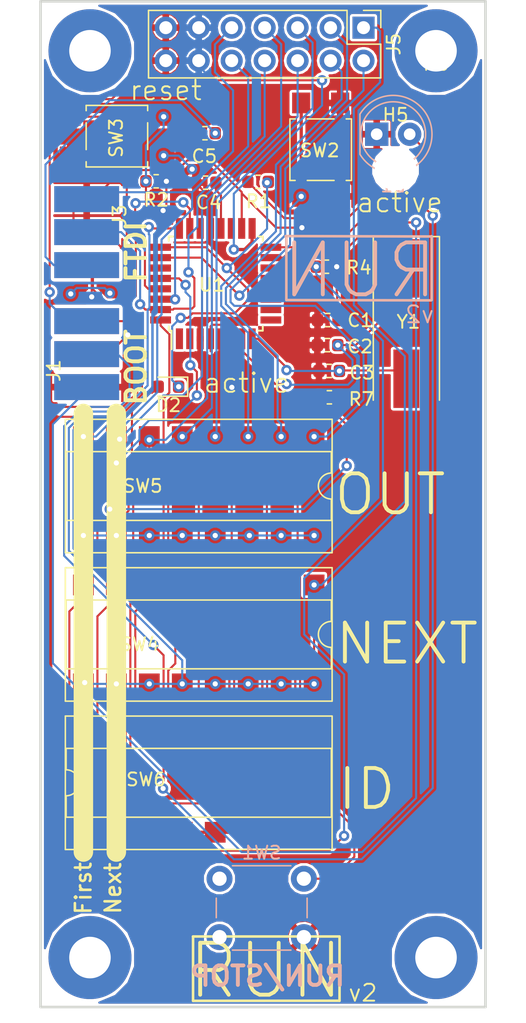
<source format=kicad_pcb>
(kicad_pcb (version 20171130) (host pcbnew 5.0.1-33cea8e~68~ubuntu14.04.1)
  (layers (0 F.Cu signal) (31 B.Cu signal) (34 B.Paste user) (35 F.Paste user) (36 B.SilkS user) (37 F.SilkS user) (38 B.Mask user) (39 F.Mask user) (44 Edge.Cuts user))
  (net 0 "")
  (net 1 XTAL1)
  (net 2 XTAL2)
  (net 3 AREF)
  (net 4 RESET)
  (net 5 DTR)
  (net 6 "Net-(D1-Pad2)")
  (net 7 a0)
  (net 8 a1)
  (net 9 RX)
  (net 10 TX)
  (net 11 a2)
  (net 12 d9)
  (net 13 d10)
  (net 14 d11)
  (net 15 a3)
  (net 16 d12)
  (net 17 d3)
  (net 18 d13)
  (net 19 d5)
  (net 20 d6)
  (net 21 d7)
  (net 22 a4)
  (net 23 d8)
  (net 24 a5)
  (net 25 bus11)
  (net 26 bus13)
  (net 27 "Net-(D2-Pad2)")
  (net 28 "Net-(H1-Pad1)")
  (net 29 "Net-(H2-Pad1)")
  (net 30 "Net-(H3-Pad1)")
  (net 31 "Net-(H4-Pad1)")
  (net 32 "Net-(H5-Pad1)")
  (net 33 bus1)
  (net 34 bus2)
  (net 35 bus3)
  (net 36 bus4)
  (net 37 bus5)
  (net 38 bus6)
  (net 39 bus7)
  (net 40 bus8)
  (net 41 "Net-(U1-Pad19)")
  (net 42 "Net-(U1-Pad22)")
  (net 43 "Net-(R7-Pad2)")
  (net 44 d2)
  (net 45 d4)
  (module Capacitor_SMD:C_0603_1608Metric (layer F.Cu) (at 146.3275 119.448)
    (fp_text reference C2 (at 2.5025 0.11) (layer F.SilkS))
    (fp_text value 22pf)
    (pad 2 smd roundrect (at 0.7875 0) (size 0.875 0.95) (layers F.Cu F.Paste F.Mask) (net 1 XTAL1))
    (pad 1 smd roundrect (at -0.7875 0) (size 0.875 0.95) (layers F.Cu F.Paste F.Mask) (net 26 bus13))
  )
  (module Capacitor_SMD:C_0603_1608Metric (layer F.Cu) (at 146.4525 121.438)
    (fp_text reference C3 (at 2.5275 0.14) (layer F.SilkS))
    (fp_text value 22pf)
    (pad 1 smd roundrect (at -0.7875 0) (size 0.875 0.95) (layers F.Cu F.Paste F.Mask) (net 26 bus13))
    (pad 2 smd roundrect (at 0.7875 0) (size 0.875 0.95) (layers F.Cu F.Paste F.Mask) (net 2 XTAL2))
  )
  (module Capacitor_SMD:C_0603_1608Metric (layer F.Cu) (at 136.9315 106.934 180)
    (fp_text reference C4 (at -0.2285 -1.524 180) (layer F.SilkS))
    (fp_text value 0.1mf)
    (pad 1 smd roundrect (at -0.7875 0 180) (size 0.875 0.95) (layers F.Cu F.Paste F.Mask) (net 3 AREF))
    (pad 2 smd roundrect (at 0.7875 0 180) (size 0.875 0.95) (layers F.Cu F.Paste F.Mask) (net 26 bus13))
  )
  (module Capacitor_SMD:C_0603_1608Metric (layer F.Cu) (at 136.8805 103.124)
    (fp_text reference C5 (at -0.05 1.778 180) (layer F.SilkS))
    (fp_text value 0.1mf)
    (pad 2 smd roundrect (at 0.7875 0) (size 0.875 0.95) (layers F.Cu F.Paste F.Mask) (net 5 DTR))
    (pad 1 smd roundrect (at -0.7875 0) (size 0.875 0.95) (layers F.Cu F.Paste F.Mask) (net 4 RESET))
  )
  (module LED_THT:LED_D5.0mm (layer B.Cu) (at 150.114 103.203)
    (fp_text reference D1 (at 1.27 3.96) (layer B.SilkS) (effects (justify mirror)))
    (fp_text value activeLED)
    (pad 1 thru_hole rect (at 0 0) (size 1.8 1.8) (drill 0.9) (layers *.Cu *.Mask) (net 26 bus13))
    (pad 2 thru_hole circle (at 2.54 0) (size 1.8 1.8) (drill 0.9) (layers *.Cu *.Mask) (net 6 "Net-(D1-Pad2)"))
  )
  (module MountingHole:MountingHole_3.2mm_M3_Pad (layer F.Cu) (at 154.686 166.624)
    (fp_text reference H1 (at 0.254 -0.762) (layer F.SilkS))
    (fp_text value MountingHole_Pad)
    (pad 1 thru_hole circle (at 0 0) (size 6.4 6.4) (drill 3.2) (layers *.Cu *.Mask) (net 28 "Net-(H1-Pad1)"))
  )
  (module MountingHole:MountingHole_3.2mm_M3_Pad (layer F.Cu) (at 128.016 166.624)
    (fp_text reference H2 (at 0 0.254) (layer F.SilkS))
    (fp_text value MountingHole_Pad)
    (pad 1 thru_hole circle (at 0 0) (size 6.4 6.4) (drill 3.2) (layers *.Cu *.Mask) (net 29 "Net-(H2-Pad1)"))
  )
  (module MountingHole:MountingHole_3.2mm_M3_Pad (layer F.Cu) (at 154.686 96.774)
    (fp_text reference H3 (at 0 1.016) (layer F.SilkS))
    (fp_text value MountingHole_Pad)
    (pad 1 thru_hole circle (at 0 0) (size 6.4 6.4) (drill 3.2) (layers *.Cu *.Mask) (net 30 "Net-(H3-Pad1)"))
  )
  (module MountingHole:MountingHole_3.2mm_M3_Pad (layer F.Cu) (at 128.016 96.774)
    (fp_text reference H4 (at 0 0) (layer F.SilkS))
    (fp_text value MountingHole_Pad)
    (pad 1 thru_hole circle (at 0 0) (size 6.4 6.4) (drill 3.2) (layers *.Cu *.Mask) (net 31 "Net-(H4-Pad1)"))
  )
  (module MountingHole:MountingHole_3.2mm_M3 (layer F.Cu) (at 151.5655 105.918)
    (fp_text reference H5 (at 0 -4.2) (layer F.SilkS))
    (fp_text value led_spy_hole)
    (pad 1 np_thru_hole circle (at 0 0) (size 3.2 3.2) (drill 3.2) (layers *.Cu *.Mask) (net 32 "Net-(H5-Pad1)"))
  )
  (module Connector_PinHeader_2.54mm:PinHeader_2x07_P2.54mm_Vertical (layer F.Cu) (at 149.098 94.996 270)
    (fp_text reference J5 (at 1.27 -2.33 270) (layer F.SilkS))
    (fp_text value BUS)
    (pad 1 thru_hole rect (at 0 0 270) (size 1.7 1.7) (drill 1) (layers *.Cu *.Mask) (net 33 bus1))
    (pad 2 thru_hole oval (at 2.54 0 270) (size 1.7 1.7) (drill 1) (layers *.Cu *.Mask) (net 34 bus2))
    (pad 3 thru_hole oval (at 0 2.54 270) (size 1.7 1.7) (drill 1) (layers *.Cu *.Mask) (net 35 bus3))
    (pad 4 thru_hole oval (at 2.54 2.54 270) (size 1.7 1.7) (drill 1) (layers *.Cu *.Mask) (net 36 bus4))
    (pad 5 thru_hole oval (at 0 5.08 270) (size 1.7 1.7) (drill 1) (layers *.Cu *.Mask) (net 37 bus5))
    (pad 6 thru_hole oval (at 2.54 5.08 270) (size 1.7 1.7) (drill 1) (layers *.Cu *.Mask) (net 38 bus6))
    (pad 7 thru_hole oval (at 0 7.62 270) (size 1.7 1.7) (drill 1) (layers *.Cu *.Mask) (net 39 bus7))
    (pad 8 thru_hole oval (at 2.54 7.62 270) (size 1.7 1.7) (drill 1) (layers *.Cu *.Mask) (net 40 bus8))
    (pad 9 thru_hole oval (at 0 10.16 270) (size 1.7 1.7) (drill 1) (layers *.Cu *.Mask) (net 9 RX))
    (pad 10 thru_hole oval (at 2.54 10.16 270) (size 1.7 1.7) (drill 1) (layers *.Cu *.Mask) (net 10 TX))
    (pad 11 thru_hole oval (at 0 12.7 270) (size 1.7 1.7) (drill 1) (layers *.Cu *.Mask) (net 25 bus11))
    (pad 12 thru_hole oval (at 2.54 12.7 270) (size 1.7 1.7) (drill 1) (layers *.Cu *.Mask) (net 25 bus11))
    (pad 13 thru_hole oval (at 0 15.24 270) (size 1.7 1.7) (drill 1) (layers *.Cu *.Mask) (net 26 bus13))
    (pad 14 thru_hole oval (at 2.54 15.24 270) (size 1.7 1.7) (drill 1) (layers *.Cu *.Mask) (net 26 bus13))
  )
  (module Resistor_SMD:R_0603_1608Metric (layer F.Cu) (at 140.9725 106.87)
    (fp_text reference R1 (at 0.0275 1.51) (layer F.SilkS))
    (fp_text value 10k)
    (pad 1 smd roundrect (at -0.7875 0) (size 0.875 0.95) (layers F.Cu F.Paste F.Mask) (net 6 "Net-(D1-Pad2)"))
    (pad 2 smd roundrect (at 0.7875 0) (size 0.875 0.95) (layers F.Cu F.Paste F.Mask) (net 11 a2))
  )
  (module Resistor_SMD:R_0603_1608Metric (layer F.Cu) (at 133.1175 106.83 180)
    (fp_text reference R2 (at 0 -1.43 180) (layer F.SilkS))
    (fp_text value 10k)
    (pad 1 smd roundrect (at -0.7875 0 180) (size 0.875 0.95) (layers F.Cu F.Paste F.Mask) (net 25 bus11))
    (pad 2 smd roundrect (at 0.7875 0 180) (size 0.875 0.95) (layers F.Cu F.Paste F.Mask) (net 4 RESET))
  )
  (module Resistor_SMD:R_0603_1608Metric (layer F.Cu) (at 146.2425 113.408)
    (fp_text reference R4 (at 2.4975 0.08) (layer F.SilkS))
    (fp_text value 10k)
    (pad 2 smd roundrect (at 0.7875 0) (size 0.875 0.95) (layers F.Cu F.Paste F.Mask) (net 25 bus11))
    (pad 1 smd roundrect (at -0.7875 0) (size 0.875 0.95) (layers F.Cu F.Paste F.Mask) (net 13 d10))
  )
  (module Button_Switch_SMD:SW_SPST_TL3305C (layer F.Cu) (at 145.796 104.394 90)
    (fp_text reference SW2 (at -0.062 -0.074 180) (layer F.SilkS))
    (fp_text value active)
    (pad 2 smd rect (at -3.6 1.5 90) (size 1.6 1.4) (layers F.Cu F.Paste F.Mask) (net 26 bus13))
    (pad 2 smd rect (at 3.6 1.5 90) (size 1.6 1.4) (layers F.Cu F.Paste F.Mask) (net 26 bus13))
    (pad 1 smd rect (at -3.6 -1.5 90) (size 1.6 1.4) (layers F.Cu F.Paste F.Mask) (net 15 a3))
    (pad 1 smd rect (at 3.6 -1.5 90) (size 1.6 1.4) (layers F.Cu F.Paste F.Mask) (net 15 a3))
  )
  (module Button_Switch_SMD:SW_SPST_TL3305C (layer F.Cu) (at 130.092 103.354 180)
    (fp_text reference SW3 (at 0.066 -0.13 270) (layer F.SilkS))
    (fp_text value reset)
    (pad 1 smd rect (at 3.6 -1.5 180) (size 1.6 1.4) (layers F.Cu F.Paste F.Mask) (net 26 bus13))
    (pad 1 smd rect (at -3.6 -1.5 180) (size 1.6 1.4) (layers F.Cu F.Paste F.Mask) (net 26 bus13))
    (pad 2 smd rect (at 3.6 1.5 180) (size 1.6 1.4) (layers F.Cu F.Paste F.Mask) (net 4 RESET))
    (pad 2 smd rect (at -3.6 1.5 180) (size 1.6 1.4) (layers F.Cu F.Paste F.Mask) (net 4 RESET))
  )
  (module Package_DIP:DIP-16_W7.62mm_SMDSocket_SmallPads (layer F.Cu) (at 136.398 141.732 270)
    (fp_text reference SW4 (at 0.762 4.572) (layer F.SilkS))
    (fp_text value NEXT)
    (pad 16 smd rect (at 3.81 -8.89 270) (size 1.6 1.6) (layers F.Cu F.Paste F.Mask) (net 8 a1))
    (pad 8 smd rect (at -3.81 8.89 270) (size 1.6 1.6) (layers F.Cu F.Paste F.Mask) (net 40 bus8))
    (pad 15 smd rect (at 3.81 -6.35 270) (size 1.6 1.6) (layers F.Cu F.Paste F.Mask) (net 8 a1))
    (pad 7 smd rect (at -3.81 6.35 270) (size 1.6 1.6) (layers F.Cu F.Paste F.Mask) (net 39 bus7))
    (pad 14 smd rect (at 3.81 -3.81 270) (size 1.6 1.6) (layers F.Cu F.Paste F.Mask) (net 8 a1))
    (pad 6 smd rect (at -3.81 3.81 270) (size 1.6 1.6) (layers F.Cu F.Paste F.Mask) (net 38 bus6))
    (pad 13 smd rect (at 3.81 -1.27 270) (size 1.6 1.6) (layers F.Cu F.Paste F.Mask) (net 8 a1))
    (pad 5 smd rect (at -3.81 1.27 270) (size 1.6 1.6) (layers F.Cu F.Paste F.Mask) (net 37 bus5))
    (pad 12 smd rect (at 3.81 1.27 270) (size 1.6 1.6) (layers F.Cu F.Paste F.Mask) (net 8 a1))
    (pad 4 smd rect (at -3.81 -1.27 270) (size 1.6 1.6) (layers F.Cu F.Paste F.Mask) (net 36 bus4))
    (pad 11 smd rect (at 3.81 3.81 270) (size 1.6 1.6) (layers F.Cu F.Paste F.Mask) (net 8 a1))
    (pad 3 smd rect (at -3.81 -3.81 270) (size 1.6 1.6) (layers F.Cu F.Paste F.Mask) (net 35 bus3))
    (pad 10 smd rect (at 3.81 6.35 270) (size 1.6 1.6) (layers F.Cu F.Paste F.Mask) (net 8 a1))
    (pad 2 smd rect (at -3.81 -6.35 270) (size 1.6 1.6) (layers F.Cu F.Paste F.Mask) (net 34 bus2))
    (pad 9 smd rect (at 3.81 8.89 270) (size 1.6 1.6) (layers F.Cu F.Paste F.Mask) (net 8 a1))
    (pad 1 smd rect (at -3.81 -8.89 270) (size 1.6 1.6) (layers F.Cu F.Paste F.Mask) (net 33 bus1))
  )
  (module Package_DIP:DIP-16_W7.62mm_SMDSocket_SmallPads (layer F.Cu) (at 136.398 130.302 270)
    (fp_text reference SW5 (at 0 4.318) (layer F.SilkS))
    (fp_text value ACTIVE)
    (pad 1 smd rect (at -3.81 -8.89 270) (size 1.6 1.6) (layers F.Cu F.Paste F.Mask) (net 34 bus2))
    (pad 9 smd rect (at 3.81 8.89 270) (size 1.6 1.6) (layers F.Cu F.Paste F.Mask) (net 27 "Net-(D2-Pad2)"))
    (pad 2 smd rect (at -3.81 -6.35 270) (size 1.6 1.6) (layers F.Cu F.Paste F.Mask) (net 35 bus3))
    (pad 10 smd rect (at 3.81 6.35 270) (size 1.6 1.6) (layers F.Cu F.Paste F.Mask) (net 27 "Net-(D2-Pad2)"))
    (pad 3 smd rect (at -3.81 -3.81 270) (size 1.6 1.6) (layers F.Cu F.Paste F.Mask) (net 36 bus4))
    (pad 11 smd rect (at 3.81 3.81 270) (size 1.6 1.6) (layers F.Cu F.Paste F.Mask) (net 27 "Net-(D2-Pad2)"))
    (pad 4 smd rect (at -3.81 -1.27 270) (size 1.6 1.6) (layers F.Cu F.Paste F.Mask) (net 37 bus5))
    (pad 12 smd rect (at 3.81 1.27 270) (size 1.6 1.6) (layers F.Cu F.Paste F.Mask) (net 27 "Net-(D2-Pad2)"))
    (pad 5 smd rect (at -3.81 1.27 270) (size 1.6 1.6) (layers F.Cu F.Paste F.Mask) (net 38 bus6))
    (pad 13 smd rect (at 3.81 -1.27 270) (size 1.6 1.6) (layers F.Cu F.Paste F.Mask) (net 27 "Net-(D2-Pad2)"))
    (pad 6 smd rect (at -3.81 3.81 270) (size 1.6 1.6) (layers F.Cu F.Paste F.Mask) (net 39 bus7))
    (pad 14 smd rect (at 3.81 -3.81 270) (size 1.6 1.6) (layers F.Cu F.Paste F.Mask) (net 27 "Net-(D2-Pad2)"))
    (pad 7 smd rect (at -3.81 6.35 270) (size 1.6 1.6) (layers F.Cu F.Paste F.Mask) (net 40 bus8))
    (pad 15 smd rect (at 3.81 -6.35 270) (size 1.6 1.6) (layers F.Cu F.Paste F.Mask) (net 27 "Net-(D2-Pad2)"))
    (pad 8 smd rect (at -3.81 8.89 270) (size 1.6 1.6) (layers F.Cu F.Paste F.Mask) (net 9 RX))
    (pad 16 smd rect (at 3.81 -8.89 270) (size 1.6 1.6) (layers F.Cu F.Paste F.Mask) (net 27 "Net-(D2-Pad2)"))
  )
  (module Package_DIP:DIP-16_W7.62mm_SMDSocket_SmallPads (layer F.Cu) (at 136.398 153.162 90)
    (fp_text reference SW6 (at 0.254 -4.064 180) (layer F.SilkS))
    (fp_text value ID)
    (pad 1 smd rect (at -3.81 -8.89 90) (size 1.6 1.6) (layers F.Cu F.Paste F.Mask) (net 7 a0))
    (pad 9 smd rect (at 3.81 8.89 90) (size 1.6 1.6) (layers F.Cu F.Paste F.Mask) (net 33 bus1))
    (pad 2 smd rect (at -3.81 -6.35 90) (size 1.6 1.6) (layers F.Cu F.Paste F.Mask) (net 7 a0))
    (pad 10 smd rect (at 3.81 6.35 90) (size 1.6 1.6) (layers F.Cu F.Paste F.Mask) (net 34 bus2))
    (pad 3 smd rect (at -3.81 -3.81 90) (size 1.6 1.6) (layers F.Cu F.Paste F.Mask) (net 7 a0))
    (pad 11 smd rect (at 3.81 3.81 90) (size 1.6 1.6) (layers F.Cu F.Paste F.Mask) (net 35 bus3))
    (pad 4 smd rect (at -3.81 -1.27 90) (size 1.6 1.6) (layers F.Cu F.Paste F.Mask) (net 7 a0))
    (pad 12 smd rect (at 3.81 1.27 90) (size 1.6 1.6) (layers F.Cu F.Paste F.Mask) (net 36 bus4))
    (pad 5 smd rect (at -3.81 1.27 90) (size 1.6 1.6) (layers F.Cu F.Paste F.Mask) (net 7 a0))
    (pad 13 smd rect (at 3.81 -1.27 90) (size 1.6 1.6) (layers F.Cu F.Paste F.Mask) (net 37 bus5))
    (pad 6 smd rect (at -3.81 3.81 90) (size 1.6 1.6) (layers F.Cu F.Paste F.Mask) (net 7 a0))
    (pad 14 smd rect (at 3.81 -3.81 90) (size 1.6 1.6) (layers F.Cu F.Paste F.Mask) (net 38 bus6))
    (pad 7 smd rect (at -3.81 6.35 90) (size 1.6 1.6) (layers F.Cu F.Paste F.Mask) (net 7 a0))
    (pad 15 smd rect (at 3.81 -6.35 90) (size 1.6 1.6) (layers F.Cu F.Paste F.Mask) (net 39 bus7))
    (pad 8 smd rect (at -3.81 8.89 90) (size 1.6 1.6) (layers F.Cu F.Paste F.Mask) (net 7 a0))
    (pad 16 smd rect (at 3.81 -8.89 90) (size 1.6 1.6) (layers F.Cu F.Paste F.Mask) (net 40 bus8))
  )
  (module Package_QFP:TQFP-32_7x7mm_P0.8mm (layer F.Cu) (at 137.71 114.71 90)
    (fp_text reference U1 (at -0.098 -0.296 180) (layer F.SilkS))
    (fp_text value ATmega328-AU)
    (pad 1 smd rect (at -4.25 -2.8 90) (size 1.6 0.55) (layers F.Cu F.Paste F.Mask) (net 17 d3))
    (pad 2 smd rect (at -4.25 -2 90) (size 1.6 0.55) (layers F.Cu F.Paste F.Mask) (net 45 d4))
    (pad 3 smd rect (at -4.25 -1.2 90) (size 1.6 0.55) (layers F.Cu F.Paste F.Mask) (net 26 bus13))
    (pad 4 smd rect (at -4.25 -0.4 90) (size 1.6 0.55) (layers F.Cu F.Paste F.Mask) (net 25 bus11))
    (pad 5 smd rect (at -4.25 0.4 90) (size 1.6 0.55) (layers F.Cu F.Paste F.Mask) (net 26 bus13))
    (pad 6 smd rect (at -4.25 1.2 90) (size 1.6 0.55) (layers F.Cu F.Paste F.Mask) (net 25 bus11))
    (pad 7 smd rect (at -4.25 2 90) (size 1.6 0.55) (layers F.Cu F.Paste F.Mask) (net 1 XTAL1))
    (pad 8 smd rect (at -4.25 2.8 90) (size 1.6 0.55) (layers F.Cu F.Paste F.Mask) (net 2 XTAL2))
    (pad 9 smd rect (at -2.8 4.25 180) (size 1.6 0.55) (layers F.Cu F.Paste F.Mask) (net 19 d5))
    (pad 10 smd rect (at -2 4.25 180) (size 1.6 0.55) (layers F.Cu F.Paste F.Mask) (net 20 d6))
    (pad 11 smd rect (at -1.2 4.25 180) (size 1.6 0.55) (layers F.Cu F.Paste F.Mask) (net 21 d7))
    (pad 12 smd rect (at -0.4 4.25 180) (size 1.6 0.55) (layers F.Cu F.Paste F.Mask) (net 23 d8))
    (pad 13 smd rect (at 0.4 4.25 180) (size 1.6 0.55) (layers F.Cu F.Paste F.Mask) (net 12 d9))
    (pad 14 smd rect (at 1.2 4.25 180) (size 1.6 0.55) (layers F.Cu F.Paste F.Mask) (net 13 d10))
    (pad 15 smd rect (at 2 4.25 180) (size 1.6 0.55) (layers F.Cu F.Paste F.Mask) (net 14 d11))
    (pad 16 smd rect (at 2.8 4.25 180) (size 1.6 0.55) (layers F.Cu F.Paste F.Mask) (net 16 d12))
    (pad 17 smd rect (at 4.25 2.8 90) (size 1.6 0.55) (layers F.Cu F.Paste F.Mask) (net 18 d13))
    (pad 18 smd rect (at 4.25 2 90) (size 1.6 0.55) (layers F.Cu F.Paste F.Mask) (net 25 bus11))
    (pad 19 smd rect (at 4.25 1.2 90) (size 1.6 0.55) (layers F.Cu F.Paste F.Mask) (net 41 "Net-(U1-Pad19)"))
    (pad 20 smd rect (at 4.25 0.4 90) (size 1.6 0.55) (layers F.Cu F.Paste F.Mask) (net 3 AREF))
    (pad 21 smd rect (at 4.25 -0.4 90) (size 1.6 0.55) (layers F.Cu F.Paste F.Mask) (net 26 bus13))
    (pad 22 smd rect (at 4.25 -1.2 90) (size 1.6 0.55) (layers F.Cu F.Paste F.Mask) (net 42 "Net-(U1-Pad22)"))
    (pad 23 smd rect (at 4.25 -2 90) (size 1.6 0.55) (layers F.Cu F.Paste F.Mask) (net 7 a0))
    (pad 24 smd rect (at 4.25 -2.8 90) (size 1.6 0.55) (layers F.Cu F.Paste F.Mask) (net 8 a1))
    (pad 25 smd rect (at 2.8 -4.25 180) (size 1.6 0.55) (layers F.Cu F.Paste F.Mask) (net 11 a2))
    (pad 26 smd rect (at 2 -4.25 180) (size 1.6 0.55) (layers F.Cu F.Paste F.Mask) (net 15 a3))
    (pad 27 smd rect (at 1.2 -4.25 180) (size 1.6 0.55) (layers F.Cu F.Paste F.Mask) (net 22 a4))
    (pad 28 smd rect (at 0.4 -4.25 180) (size 1.6 0.55) (layers F.Cu F.Paste F.Mask) (net 24 a5))
    (pad 29 smd rect (at -0.4 -4.25 180) (size 1.6 0.55) (layers F.Cu F.Paste F.Mask) (net 4 RESET))
    (pad 30 smd rect (at -1.2 -4.25 180) (size 1.6 0.55) (layers F.Cu F.Paste F.Mask) (net 9 RX))
    (pad 31 smd rect (at -2 -4.25 180) (size 1.6 0.55) (layers F.Cu F.Paste F.Mask) (net 10 TX))
    (pad 32 smd rect (at -2.8 -4.25 180) (size 1.6 0.55) (layers F.Cu F.Paste F.Mask) (net 44 d2))
  )
  (module Crystal:Crystal_SMD_HC49-SD (layer F.Cu) (at 152.4 117.788 270)
    (fp_text reference Y1 (at -0.13 -0.16) (layer F.SilkS))
    (fp_text value Crystal)
    (pad 1 smd rect (at -4.25 0 270) (size 4.5 2) (layers F.Cu F.Paste F.Mask) (net 1 XTAL1))
    (pad 2 smd rect (at 4.25 0 270) (size 4.5 2) (layers F.Cu F.Paste F.Mask) (net 2 XTAL2))
  )
  (module Capacitor_SMD:C_0603_1608Metric (layer F.Cu) (at 146.3425 117.518 180)
    (fp_text reference C1 (at -2.4875 -0.02 180) (layer F.SilkS))
    (fp_text value 10mf)
    (pad 2 smd roundrect (at 0.7875 0 180) (size 0.875 0.95) (layers F.Cu F.Paste F.Mask) (net 26 bus13))
    (pad 1 smd roundrect (at -0.7875 0 180) (size 0.875 0.95) (layers F.Cu F.Paste F.Mask) (net 25 bus11))
  )
  (module autoblocks:edge_connector_3 (layer F.Cu) (at 129.032 121.412 90)
    (fp_text reference J1 (at 0 -3.81 90) (layer F.SilkS))
    (fp_text value bootloader)
    (pad 6 smd rect (at 3.81 -1.27 90) (size 2 5) (layers B.Cu F.Paste B.Mask) (net 18 d13) (clearance 0.27))
    (pad 5 smd rect (at 1.27 -1.27 90) (size 2 5) (layers B.Cu F.Paste B.Mask) (net 16 d12) (clearance 0.27))
    (pad 4 smd rect (at -1.27 -1.27 90) (size 2 5) (layers B.Cu F.Paste B.Mask) (net 14 d11) (clearance 0.27))
    (pad 3 smd rect (at 3.81 -1.27 90) (size 2 5) (layers F.Cu F.Paste F.Mask) (net 13 d10) (clearance 0.27))
    (pad 2 smd rect (at 1.27 -1.27 90) (size 2 5) (layers F.Cu F.Paste F.Mask) (net 25 bus11) (clearance 0.27))
    (pad 1 smd rect (at -1.27 -1.27 90) (size 2 5) (layers F.Cu F.Paste F.Mask) (net 26 bus13) (clearance 0.27))
  )
  (module autoblocks:edge_connector_3 (layer F.Cu) (at 126.492 109.474 270)
    (fp_text reference J3 (at 0 -3.81 270) (layer F.SilkS))
    (fp_text value FTDI)
    (pad 1 smd rect (at -1.27 -1.27 270) (size 2 5) (layers F.Cu F.Paste F.Mask) (net 26 bus13) (clearance 0.27))
    (pad 2 smd rect (at 1.27 -1.27 270) (size 2 5) (layers F.Cu F.Paste F.Mask) (net 26 bus13) (clearance 0.27))
    (pad 3 smd rect (at 3.81 -1.27 270) (size 2 5) (layers F.Cu F.Paste F.Mask) (net 25 bus11) (clearance 0.27))
    (pad 4 smd rect (at -1.27 -1.27 270) (size 2 5) (layers B.Cu F.Paste B.Mask) (net 9 RX) (clearance 0.27))
    (pad 5 smd rect (at 1.27 -1.27 270) (size 2 5) (layers B.Cu F.Paste B.Mask) (net 10 TX) (clearance 0.27))
    (pad 6 smd rect (at 3.81 -1.27 270) (size 2 5) (layers B.Cu F.Paste B.Mask) (net 5 DTR) (clearance 0.27))
  )
  (module Resistor_SMD:R_0603_1608Metric (layer F.Cu) (at 146.4675 123.468)
    (fp_text reference R7 (at 2.4625 0.14) (layer F.SilkS))
    (fp_text value 1k)
    (pad 1 smd roundrect (at -0.7875 0) (size 0.875 0.95) (layers F.Cu F.Paste F.Mask) (net 24 a5))
    (pad 2 smd roundrect (at 0.7875 0) (size 0.875 0.95) (layers F.Cu F.Paste F.Mask) (net 43 "Net-(R7-Pad2)"))
  )
  (module Diode_SMD:D_0603_1608Metric (layer F.Cu) (at 134.0625 122.65 180)
    (fp_text reference D2 (at 0 -1.43 180) (layer F.SilkS))
    (fp_text value DIODE)
    (pad 1 smd roundrect (at -0.7875 0 180) (size 0.875 0.95) (layers F.Cu F.Paste F.Mask) (net 11 a2))
    (pad 2 smd roundrect (at 0.7875 0 180) (size 0.875 0.95) (layers F.Cu F.Paste F.Mask) (net 27 "Net-(D2-Pad2)"))
  )
  (module autoblocks:SW_PUSH_6mm_H5mm (layer B.Cu) (at 144.5 160.55 180)
    (fp_text reference SW1 (at 3.25 2 180) (layer B.SilkS) (effects (justify mirror)))
    (fp_text value runSwitch)
    (pad 3 thru_hole circle (at 6.5 0 90) (size 2 2) (drill 1.1) (layers *.Cu *.Mask))
    (pad 4 thru_hole circle (at 6.5 -4.5 90) (size 2 2) (drill 1.1) (layers *.Cu *.Mask))
    (pad 1 thru_hole circle (at 0 0 90) (size 2 2) (drill 1.1) (layers *.Cu *.Mask) (net 44 d2))
    (pad 2 thru_hole circle (at 0 -4.5 90) (size 2 2) (drill 1.1) (layers *.Cu *.Mask) (net 26 bus13))
  )
  (gr_text RUN/STOP (at 141.7 168.05) (layer B.SilkS) (effects (font (size 1.5 1.5) (thickness 0.3)) (justify mirror)))
  (gr_text OUT (at 151.15 130.95) (layer F.SilkS) (effects (font (size 3 3) (thickness 0.3))))
  (gr_text active (at 140.1 122.358) (layer F.SilkS) (effects (font (size 1.5 1.5))))
  (gr_text BOOT (at 131.572 121.158 90) (layer F.SilkS) (effects (font (size 1.5 1.5) (thickness 0.3))))
  (gr_text FTDI (at 131.572 112.268 90) (layer F.SilkS) (effects (font (size 1.5 1.5) (thickness 0.3))))
  (gr_text v2 (at 149.05 169.35) (layer F.SilkS) (effects (font (size 1.3 1.3))))
  (gr_line (start 130.048 124.714) (end 130.048 158.496) (layer F.SilkS) (width 1.5))
  (gr_line (start 127.508 124.714) (end 127.508 158.496) (layer F.SilkS) (width 1.5))
  (gr_text Next (at 129.794 161.29 90) (layer F.SilkS) (effects (font (size 1.2 1.2) (thickness 0.2))))
  (gr_text First (at 127.508 161.29 90) (layer F.SilkS) (effects (font (size 1.2 1.2) (thickness 0.2))))
  (gr_text ID (at 149.35 153.65) (layer F.SilkS) (effects (font (size 3 3) (thickness 0.3))))
  (gr_text NEXT (at 152.45 142.45) (layer F.SilkS) (effects (font (size 3 3) (thickness 0.3))))
  (gr_text reset (at 133.858 99.822) (layer F.SilkS) (effects (font (size 1.5 1.5))))
  (gr_line (start 135.95 165) (end 147.25 165) (layer F.SilkS) (width 0.2))
  (gr_line (start 135.9598 169.9576) (end 135.9598 165.03) (layer F.SilkS) (width 0.2))
  (gr_line (start 147.25 169.95) (end 135.9598 169.9576) (layer F.SilkS) (width 0.2))
  (gr_line (start 147.25 165.0224) (end 147.25 169.95) (layer F.SilkS) (width 0.2))
  (gr_text RUN (at 141.55 167.65) (layer F.SilkS) (effects (font (size 4 3.85) (thickness 0.3))))
  (gr_line (start 158.496 92.964) (end 124.206 92.964) (layer Edge.Cuts) (width 0.2))
  (gr_line (start 158.496 170.434) (end 158.496 92.964) (layer Edge.Cuts) (width 0.2))
  (gr_line (start 124.206 170.434) (end 158.496 170.434) (layer Edge.Cuts) (width 0.2))
  (gr_line (start 124.206 92.964) (end 124.206 170.434) (layer Edge.Cuts) (width 0.2))
  (gr_text v2 (at 153.416 117.094) (layer B.SilkS) (effects (font (size 1.3 1.3)) (justify mirror)))
  (gr_text active (at 151.892 108.458) (layer F.SilkS) (effects (font (size 1.5 1.5))))
  (gr_line (start 143.15 115.9776) (end 143.15 111.05) (layer B.SilkS) (width 0.2))
  (gr_line (start 154.3 116) (end 143.15 115.9776) (layer B.SilkS) (width 0.2))
  (gr_line (start 154.349 111.0546) (end 154.349 115.9822) (layer B.SilkS) (width 0.2))
  (gr_line (start 143.1 111.05) (end 154.349 111.08) (layer B.SilkS) (width 0.2))
  (gr_text RUN (at 148.8 113.7) (layer B.SilkS) (effects (font (size 4 3.85) (thickness 0.3)) (justify mirror)))
  (segment (start 147.6525 119.448) (end 147.115 119.448) (width 0.16) (layer F.Cu) (net 1))
  (segment (start 148.502 119.448) (end 147.6525 119.448) (width 0.16) (layer F.Cu) (net 1))
  (segment (start 153.162 114.788) (end 148.502 119.448) (width 0.16) (layer F.Cu) (net 1))
  (segment (start 152.4 113.538) (end 152.4 114.788) (width 0.16) (layer F.Cu) (net 1))
  (segment (start 147.115 119.448) (end 147.115 119.448) (width 0.16) (layer F.Cu) (net 1))
  (via (at 147.115 119.448) (size 0.8) (drill 0.4) (layers F.Cu B.Cu) (net 1))
  (via (at 143.171023 122.44301) (size 0.8) (drill 0.4) (layers F.Cu B.Cu) (net 1))
  (segment (start 143.228013 122.5) (end 143.171023 122.44301) (width 0.16) (layer B.Cu) (net 1))
  (segment (start 147.9 122.5) (end 143.228013 122.5) (width 0.16) (layer B.Cu) (net 1))
  (segment (start 148.25 122.15) (end 147.9 122.5) (width 0.16) (layer B.Cu) (net 1))
  (segment (start 148.25 120.583) (end 148.25 122.15) (width 0.16) (layer B.Cu) (net 1))
  (segment (start 147.115 119.448) (end 148.25 120.583) (width 0.16) (layer B.Cu) (net 1))
  (segment (start 143.171023 122.343667) (end 143.171023 122.44301) (width 0.16) (layer F.Cu) (net 1))
  (segment (start 143.07168 122.44301) (end 143.171023 122.343667) (width 0.16) (layer F.Cu) (net 1))
  (segment (start 139.71 119.859165) (end 142.293845 122.44301) (width 0.16) (layer F.Cu) (net 1))
  (segment (start 142.293845 122.44301) (end 143.07168 122.44301) (width 0.16) (layer F.Cu) (net 1))
  (segment (start 139.71 118.96) (end 139.71 119.859165) (width 0.16) (layer F.Cu) (net 1))
  (via (at 147.24 121.438) (size 0.8) (drill 0.4) (layers F.Cu B.Cu) (net 2))
  (segment (start 147.278 121.4) (end 147.24 121.438) (width 0.16) (layer F.Cu) (net 2))
  (segment (start 152.524 121.4) (end 147.278 121.4) (width 0.16) (layer F.Cu) (net 2))
  (segment (start 153.162 122.038) (end 152.524 121.4) (width 0.16) (layer F.Cu) (net 2))
  (via (at 143.164706 121.375669) (size 0.8) (drill 0.4) (layers F.Cu B.Cu) (net 2))
  (segment (start 140.945 118.96) (end 143.164706 121.179706) (width 0.16) (layer F.Cu) (net 2))
  (segment (start 143.164706 121.179706) (end 143.164706 121.375669) (width 0.16) (layer F.Cu) (net 2))
  (segment (start 140.51 118.96) (end 140.945 118.96) (width 0.16) (layer F.Cu) (net 2))
  (segment (start 143.227037 121.438) (end 143.164706 121.375669) (width 0.16) (layer B.Cu) (net 2))
  (segment (start 147.24 121.438) (end 143.227037 121.438) (width 0.16) (layer B.Cu) (net 2))
  (segment (start 138.11 109.5) (end 138.11 110.46) (width 0.16) (layer F.Cu) (net 3))
  (segment (start 138.11 107.9) (end 138.11 109.5) (width 0.16) (layer F.Cu) (net 3))
  (segment (start 137.719 107.509) (end 138.11 107.9) (width 0.16) (layer F.Cu) (net 3))
  (segment (start 137.719 106.934) (end 137.719 107.509) (width 0.16) (layer F.Cu) (net 3))
  (segment (start 134.823 101.854) (end 133.692 101.854) (width 0.16) (layer F.Cu) (net 4))
  (segment (start 136.093 103.124) (end 134.823 101.854) (width 0.16) (layer F.Cu) (net 4))
  (segment (start 132.732 101.854) (end 126.492 101.854) (width 0.16) (layer F.Cu) (net 4))
  (segment (start 133.692 101.854) (end 132.732 101.854) (width 0.16) (layer F.Cu) (net 4))
  (segment (start 132.33 106.83) (end 132.33 106.83) (width 0.16) (layer F.Cu) (net 4))
  (segment (start 133.692 101.854) (end 133.692 101.854) (width 0.16) (layer F.Cu) (net 4))
  (via (at 133.692 101.854) (size 0.8) (drill 0.4) (layers F.Cu B.Cu) (net 4))
  (via (at 132.331079 106.827877) (size 0.8) (drill 0.4) (layers F.Cu B.Cu) (net 4))
  (segment (start 132.331079 104.074921) (end 132.331079 106.262192) (width 0.16) (layer B.Cu) (net 4))
  (segment (start 133.692 101.854) (end 133.692 102.714) (width 0.16) (layer B.Cu) (net 4))
  (segment (start 132.331079 106.262192) (end 132.331079 106.827877) (width 0.16) (layer B.Cu) (net 4))
  (segment (start 133.692 102.714) (end 132.331079 104.074921) (width 0.16) (layer B.Cu) (net 4))
  (segment (start 132.331079 107.393562) (end 132.331079 106.827877) (width 0.16) (layer F.Cu) (net 4))
  (segment (start 131.860011 109.19636) (end 132.331079 108.725292) (width 0.16) (layer F.Cu) (net 4))
  (segment (start 133.46 115.11) (end 132.5 115.11) (width 0.16) (layer F.Cu) (net 4))
  (segment (start 131.860011 110.860011) (end 131.860011 109.19636) (width 0.16) (layer F.Cu) (net 4))
  (segment (start 132.5 115.11) (end 132.25 114.86) (width 0.16) (layer F.Cu) (net 4))
  (segment (start 132.25 111.25) (end 131.860011 110.860011) (width 0.16) (layer F.Cu) (net 4))
  (segment (start 132.331079 108.725292) (end 132.331079 107.393562) (width 0.16) (layer F.Cu) (net 4))
  (segment (start 132.25 114.86) (end 132.25 111.25) (width 0.16) (layer F.Cu) (net 4))
  (via (at 137.668 103.124) (size 0.8) (drill 0.4) (layers F.Cu B.Cu) (net 5))
  (segment (start 129.54 100.584) (end 124.58601 105.53799) (width 0.16) (layer B.Cu) (net 5))
  (segment (start 125.222 113.284) (end 127.762 113.284) (width 0.16) (layer B.Cu) (net 5))
  (segment (start 124.58601 112.64801) (end 125.222 113.284) (width 0.16) (layer B.Cu) (net 5))
  (segment (start 135.128 100.584) (end 129.54 100.584) (width 0.16) (layer B.Cu) (net 5))
  (segment (start 124.58601 105.53799) (end 124.58601 112.64801) (width 0.16) (layer B.Cu) (net 5))
  (segment (start 137.668 103.124) (end 135.128 100.584) (width 0.16) (layer B.Cu) (net 5))
  (segment (start 149.203737 108.35) (end 152.4 108.35) (width 0.16) (layer F.Cu) (net 6))
  (segment (start 153.553999 104.102999) (end 152.654 103.203) (width 0.16) (layer F.Cu) (net 6))
  (segment (start 153.553999 107.196001) (end 153.553999 104.102999) (width 0.16) (layer F.Cu) (net 6))
  (segment (start 152.4 108.35) (end 153.553999 107.196001) (width 0.16) (layer F.Cu) (net 6))
  (segment (start 142.984999 109.669999) (end 147.883738 109.669999) (width 0.16) (layer F.Cu) (net 6))
  (segment (start 140.185 106.87) (end 142.984999 109.669999) (width 0.16) (layer F.Cu) (net 6))
  (segment (start 147.883738 109.669999) (end 149.203737 108.35) (width 0.16) (layer F.Cu) (net 6))
  (segment (start 128.558 156.972) (end 145.288 156.972) (width 0.25) (layer F.Cu) (net 7))
  (segment (start 127.508 156.972) (end 128.558 156.972) (width 0.25) (layer F.Cu) (net 7))
  (segment (start 127.508 156.972) (end 127.508 155.922) (width 0.25) (layer F.Cu) (net 7))
  (segment (start 127.508 155.922) (end 124.991021 153.405021) (width 0.25) (layer F.Cu) (net 7))
  (segment (start 124.991021 153.405021) (end 124.991021 125.452979) (width 0.25) (layer F.Cu) (net 7))
  (segment (start 124.991021 125.452979) (end 125.476 124.968) (width 0.25) (layer F.Cu) (net 7))
  (segment (start 135.71 110.46) (end 135.71 108.948414) (width 0.16) (layer F.Cu) (net 7))
  (via (at 135.20999 108.448404) (size 0.8) (drill 0.4) (layers F.Cu B.Cu) (net 7))
  (segment (start 135.609989 108.848403) (end 135.20999 108.448404) (width 0.16) (layer F.Cu) (net 7))
  (segment (start 135.71 108.948414) (end 135.609989 108.848403) (width 0.16) (layer F.Cu) (net 7))
  (via (at 131.53001 108.519957) (size 0.8) (drill 0.4) (layers F.Cu B.Cu) (net 7))
  (segment (start 131.649967 108.4) (end 131.53001 108.519957) (width 0.16) (layer B.Cu) (net 7))
  (segment (start 135.161586 108.4) (end 131.649967 108.4) (width 0.16) (layer B.Cu) (net 7))
  (segment (start 135.20999 108.448404) (end 135.161586 108.4) (width 0.16) (layer B.Cu) (net 7))
  (segment (start 131.5 108.549967) (end 131.53001 108.519957) (width 0.16) (layer F.Cu) (net 7))
  (segment (start 130.739989 116.475547) (end 131.55 115.665536) (width 0.16) (layer F.Cu) (net 7))
  (segment (start 130.739989 116.799121) (end 130.739989 116.475547) (width 0.16) (layer F.Cu) (net 7))
  (segment (start 132.019988 118.07912) (end 130.739989 116.799121) (width 0.16) (layer F.Cu) (net 7))
  (segment (start 130.303132 124.968) (end 132.019988 123.251144) (width 0.16) (layer F.Cu) (net 7))
  (segment (start 131.55 111.221538) (end 131.5 111.171538) (width 0.16) (layer F.Cu) (net 7))
  (segment (start 125.476 124.968) (end 130.303132 124.968) (width 0.16) (layer F.Cu) (net 7))
  (segment (start 132.019988 123.251144) (end 132.019988 118.07912) (width 0.16) (layer F.Cu) (net 7))
  (segment (start 131.5 111.171538) (end 131.5 108.549967) (width 0.16) (layer F.Cu) (net 7))
  (segment (start 131.55 115.665536) (end 131.55 111.221538) (width 0.16) (layer F.Cu) (net 7))
  (via (at 145.288 145.542) (size 0.8) (drill 0.4) (layers F.Cu B.Cu) (net 8))
  (via (at 142.748 145.542) (size 0.8) (drill 0.4) (layers F.Cu B.Cu) (net 8))
  (via (at 140.208 145.542) (size 0.8) (drill 0.4) (layers F.Cu B.Cu) (net 8))
  (via (at 137.668 145.542) (size 0.8) (drill 0.4) (layers F.Cu B.Cu) (net 8))
  (via (at 135.128 145.542) (size 0.8) (drill 0.4) (layers F.Cu B.Cu) (net 8))
  (via (at 132.588 145.542) (size 0.8) (drill 0.4) (layers F.Cu B.Cu) (net 8))
  (via (at 130.048 145.542) (size 0.8) (drill 0.4) (layers F.Cu B.Cu) (net 8))
  (segment (start 127.508 145.542) (end 127.508 145.542) (width 0.16) (layer F.Cu) (net 8))
  (segment (start 127.708812 145.542) (end 127.608406 145.441594) (width 0.16) (layer B.Cu) (net 8))
  (segment (start 145.288 145.542) (end 127.708812 145.542) (width 0.16) (layer B.Cu) (net 8))
  (via (at 127.608406 145.441594) (size 0.8) (drill 0.4) (layers F.Cu B.Cu) (net 8))
  (via (at 132.55 110.35) (size 0.8) (drill 0.4) (layers F.Cu B.Cu) (net 8))
  (segment (start 132.66 110.46) (end 132.55 110.35) (width 0.16) (layer F.Cu) (net 8))
  (segment (start 134.91 110.46) (end 132.66 110.46) (width 0.16) (layer F.Cu) (net 8))
  (segment (start 132.55 110.915685) (end 132.55 110.35) (width 0.16) (layer B.Cu) (net 8))
  (segment (start 132.6 110.965685) (end 132.55 110.915685) (width 0.16) (layer B.Cu) (net 8))
  (segment (start 132.6 116.589743) (end 132.6 110.965685) (width 0.16) (layer B.Cu) (net 8))
  (segment (start 126.385989 135.275989) (end 126.385989 125.834879) (width 0.16) (layer B.Cu) (net 8))
  (segment (start 135.128 143.728) (end 130.338 138.938) (width 0.16) (layer B.Cu) (net 8))
  (segment (start 130.048 138.938) (end 126.385989 135.275989) (width 0.16) (layer B.Cu) (net 8))
  (segment (start 126.385989 125.834879) (end 127.654858 124.56601) (width 0.16) (layer B.Cu) (net 8))
  (segment (start 130.338 138.938) (end 130.048 138.938) (width 0.16) (layer B.Cu) (net 8))
  (segment (start 127.654858 124.56601) (end 130.451122 124.56601) (width 0.16) (layer B.Cu) (net 8))
  (segment (start 130.451122 124.56601) (end 132.458823 122.558309) (width 0.16) (layer B.Cu) (net 8))
  (segment (start 132.458823 122.558309) (end 132.458823 116.73092) (width 0.16) (layer B.Cu) (net 8))
  (segment (start 135.128 145.542) (end 135.128 143.728) (width 0.16) (layer B.Cu) (net 8))
  (segment (start 132.458823 116.73092) (end 132.6 116.589743) (width 0.16) (layer B.Cu) (net 8))
  (via (at 127.508 126.492) (size 0.8) (drill 0.4) (layers F.Cu B.Cu) (net 9))
  (segment (start 135.89 108.966) (end 135.89 107.671988) (width 0.16) (layer B.Cu) (net 9))
  (via (at 134.574252 115.923872) (size 0.8) (drill 0.4) (layers F.Cu B.Cu) (net 9))
  (segment (start 133.46 115.91) (end 134.56038 115.91) (width 0.16) (layer F.Cu) (net 9))
  (segment (start 134.56038 115.91) (end 134.574252 115.923872) (width 0.16) (layer F.Cu) (net 9))
  (segment (start 139.044011 104.517977) (end 137.643988 105.918) (width 0.16) (layer B.Cu) (net 9))
  (segment (start 137.643988 105.918) (end 135.89 107.671988) (width 0.16) (layer B.Cu) (net 9))
  (segment (start 139.044011 99.822) (end 139.044011 104.517977) (width 0.16) (layer B.Cu) (net 9))
  (segment (start 137.65 98.427989) (end 139.044011 99.822) (width 0.16) (layer B.Cu) (net 9))
  (segment (start 137.65 96.284) (end 137.65 98.427989) (width 0.16) (layer B.Cu) (net 9))
  (segment (start 138.938 94.996) (end 137.65 96.284) (width 0.16) (layer B.Cu) (net 9))
  (segment (start 128.371988 107.671988) (end 135.89 107.671988) (width 0.16) (layer B.Cu) (net 9))
  (segment (start 128.133986 107.433986) (end 128.371988 107.671988) (width 0.16) (layer B.Cu) (net 9))
  (segment (start 127.516014 107.433986) (end 128.133986 107.433986) (width 0.16) (layer B.Cu) (net 9))
  (segment (start 126.746 108.204) (end 127.516014 107.433986) (width 0.16) (layer B.Cu) (net 9))
  (segment (start 134.786001 110.069999) (end 135.89 108.966) (width 0.16) (layer B.Cu) (net 9))
  (segment (start 134.780001 110.069999) (end 134.786001 110.069999) (width 0.16) (layer B.Cu) (net 9))
  (segment (start 133.532445 111.317555) (end 134.780001 110.069999) (width 0.16) (layer B.Cu) (net 9))
  (segment (start 133.532445 117.095433) (end 133.532445 111.317555) (width 0.16) (layer B.Cu) (net 9))
  (segment (start 133.202011 117.425867) (end 133.532445 117.095433) (width 0.16) (layer B.Cu) (net 9))
  (segment (start 130.701725 125.582011) (end 133.202011 123.081725) (width 0.16) (layer B.Cu) (net 9))
  (segment (start 133.202011 123.081725) (end 133.202011 117.425867) (width 0.16) (layer B.Cu) (net 9))
  (segment (start 129.377989 125.582011) (end 130.701725 125.582011) (width 0.16) (layer B.Cu) (net 9))
  (segment (start 128.468 126.492) (end 129.377989 125.582011) (width 0.16) (layer B.Cu) (net 9))
  (segment (start 127.508 126.492) (end 128.468 126.492) (width 0.16) (layer B.Cu) (net 9))
  (segment (start 134.574252 115.358187) (end 134.574252 115.923872) (width 0.16) (layer B.Cu) (net 9))
  (segment (start 134.574252 110.281748) (end 134.574252 115.358187) (width 0.16) (layer B.Cu) (net 9))
  (segment (start 134.786001 110.069999) (end 134.574252 110.281748) (width 0.16) (layer B.Cu) (net 9))
  (via (at 135.607634 113.833776) (size 0.8) (drill 0.4) (layers F.Cu B.Cu) (net 10))
  (segment (start 136.291989 108.050351) (end 136.291989 110.342011) (width 0.16) (layer B.Cu) (net 10))
  (segment (start 135.607634 113.268091) (end 135.607634 113.833776) (width 0.16) (layer B.Cu) (net 10))
  (segment (start 140.208 104.13434) (end 136.291989 108.050351) (width 0.16) (layer B.Cu) (net 10))
  (segment (start 135.607634 111.026366) (end 135.607634 113.268091) (width 0.16) (layer B.Cu) (net 10))
  (segment (start 140.208 98.806) (end 140.208 104.13434) (width 0.16) (layer B.Cu) (net 10))
  (segment (start 136.291989 110.342011) (end 135.607634 111.026366) (width 0.16) (layer B.Cu) (net 10))
  (segment (start 138.938 97.536) (end 140.208 98.806) (width 0.16) (layer B.Cu) (net 10))
  (segment (start 126.746 110.744) (end 130.417672 110.744) (width 0.16) (layer B.Cu) (net 10))
  (segment (start 130.417672 110.744) (end 131.88001 112.206338) (width 0.16) (layer B.Cu) (net 10))
  (via (at 131.88001 116.303331) (size 0.8) (drill 0.4) (layers F.Cu B.Cu) (net 10))
  (segment (start 131.88001 115.737646) (end 131.88001 116.303331) (width 0.16) (layer B.Cu) (net 10))
  (segment (start 131.88001 112.206338) (end 131.88001 115.737646) (width 0.16) (layer B.Cu) (net 10))
  (segment (start 132.280009 116.70333) (end 131.88001 116.303331) (width 0.16) (layer F.Cu) (net 10))
  (segment (start 133.46 116.71) (end 132.286679 116.71) (width 0.16) (layer F.Cu) (net 10))
  (segment (start 132.286679 116.71) (end 132.280009 116.70333) (width 0.16) (layer F.Cu) (net 10))
  (segment (start 134.490011 116.639989) (end 135.876523 116.639989) (width 0.16) (layer F.Cu) (net 10))
  (segment (start 136.062002 116.45451) (end 136.062002 114.288144) (width 0.16) (layer F.Cu) (net 10))
  (segment (start 136.007633 114.233775) (end 135.607634 113.833776) (width 0.16) (layer F.Cu) (net 10))
  (segment (start 136.062002 114.288144) (end 136.007633 114.233775) (width 0.16) (layer F.Cu) (net 10))
  (segment (start 135.876523 116.639989) (end 136.062002 116.45451) (width 0.16) (layer F.Cu) (net 10))
  (segment (start 133.46 116.71) (end 134.42 116.71) (width 0.16) (layer F.Cu) (net 10))
  (segment (start 134.42 116.71) (end 134.490011 116.639989) (width 0.16) (layer F.Cu) (net 10))
  (via (at 141.666 106.934) (size 0.8) (drill 0.4) (layers F.Cu B.Cu) (net 11))
  (via (at 135 117.35) (size 0.8) (drill 0.4) (layers F.Cu B.Cu) (net 11))
  (via (at 134.85 122.65) (size 0.8) (drill 0.4) (layers F.Cu B.Cu) (net 11))
  (segment (start 135 117.35) (end 134.349988 118.000012) (width 0.16) (layer B.Cu) (net 11))
  (segment (start 134.388388 122.188388) (end 134.85 122.65) (width 0.16) (layer B.Cu) (net 11))
  (segment (start 134.349988 122.149988) (end 134.388388 122.188388) (width 0.16) (layer B.Cu) (net 11))
  (segment (start 134.349988 118.000012) (end 134.349988 122.149988) (width 0.16) (layer B.Cu) (net 11))
  (segment (start 138.158593 113.111465) (end 138.558592 113.511464) (width 0.16) (layer F.Cu) (net 11))
  (segment (start 133.46 111.91) (end 136.957128 111.91) (width 0.16) (layer F.Cu) (net 11))
  (via (at 138.558592 113.511464) (size 0.8) (drill 0.4) (layers F.Cu B.Cu) (net 11))
  (segment (start 136.957128 111.91) (end 138.158593 113.111465) (width 0.16) (layer F.Cu) (net 11))
  (segment (start 135.915685 117) (end 139.167801 117) (width 0.16) (layer F.Cu) (net 11))
  (segment (start 139.167801 117) (end 140.210067 115.957734) (width 0.16) (layer F.Cu) (net 11))
  (segment (start 135.565685 117.35) (end 135.915685 117) (width 0.16) (layer F.Cu) (net 11))
  (segment (start 138.958591 113.911463) (end 138.558592 113.511464) (width 0.16) (layer F.Cu) (net 11))
  (segment (start 140.210067 115.957734) (end 140.210067 115.162939) (width 0.16) (layer F.Cu) (net 11))
  (segment (start 140.210067 115.162939) (end 138.958591 113.911463) (width 0.16) (layer F.Cu) (net 11))
  (segment (start 135 117.35) (end 135.565685 117.35) (width 0.16) (layer F.Cu) (net 11))
  (segment (start 141.666 110.484) (end 138.638536 113.511464) (width 0.16) (layer B.Cu) (net 11))
  (segment (start 138.638536 113.511464) (end 138.558592 113.511464) (width 0.16) (layer B.Cu) (net 11))
  (segment (start 141.666 106.934) (end 141.666 110.484) (width 0.16) (layer B.Cu) (net 11))
  (segment (start 142.062 113.408) (end 141.96 113.51) (width 0.16) (layer F.Cu) (net 13))
  (segment (start 145.455 113.408) (end 145.542 113.538) (width 0.16) (layer F.Cu) (net 13))
  (via (at 145.455 113.408) (size 0.8) (drill 0.4) (layers F.Cu B.Cu) (net 13))
  (segment (start 126.516 117.602) (end 128.016 117.602) (width 0.16) (layer F.Cu) (net 13))
  (segment (start 145.542 113.538) (end 142.062 113.408) (width 0.16) (layer F.Cu) (net 13))
  (via (at 147.6 157.25) (size 0.8) (drill 0.4) (layers F.Cu B.Cu) (net 13))
  (segment (start 145.455 113.983) (end 150.595999 119.123999) (width 0.16) (layer B.Cu) (net 13))
  (segment (start 150.595999 119.123999) (end 150.595999 131.344001) (width 0.16) (layer B.Cu) (net 13))
  (segment (start 145.455 113.408) (end 145.455 113.983) (width 0.16) (layer B.Cu) (net 13))
  (segment (start 150.595999 131.344001) (end 144.526 137.414) (width 0.16) (layer B.Cu) (net 13))
  (segment (start 144.526 141.732) (end 147.6 144.806) (width 0.16) (layer B.Cu) (net 13))
  (segment (start 147.6 156.684315) (end 147.6 157.25) (width 0.16) (layer B.Cu) (net 13))
  (segment (start 144.526 137.414) (end 144.526 141.732) (width 0.16) (layer B.Cu) (net 13))
  (segment (start 147.6 144.806) (end 147.6 156.684315) (width 0.16) (layer B.Cu) (net 13))
  (segment (start 125.665228 124.206) (end 124.586011 125.285217) (width 0.16) (layer F.Cu) (net 13))
  (segment (start 126.131989 158.389989) (end 146.460011 158.389989) (width 0.16) (layer F.Cu) (net 13))
  (segment (start 124.586011 125.285217) (end 124.58601 156.84401) (width 0.16) (layer F.Cu) (net 13))
  (segment (start 130.556 124.206) (end 125.665228 124.206) (width 0.16) (layer F.Cu) (net 13))
  (segment (start 131.659977 118.428241) (end 131.659977 123.102023) (width 0.16) (layer F.Cu) (net 13))
  (segment (start 131.659977 123.102023) (end 130.556 124.206) (width 0.16) (layer F.Cu) (net 13))
  (segment (start 126.746 117.602) (end 130.833736 117.602) (width 0.16) (layer F.Cu) (net 13))
  (segment (start 147.200001 157.649999) (end 147.6 157.25) (width 0.16) (layer F.Cu) (net 13))
  (segment (start 124.58601 156.84401) (end 126.131989 158.389989) (width 0.16) (layer F.Cu) (net 13))
  (segment (start 146.460011 158.389989) (end 147.200001 157.649999) (width 0.16) (layer F.Cu) (net 13))
  (segment (start 130.833736 117.602) (end 131.659977 118.428241) (width 0.16) (layer F.Cu) (net 13))
  (segment (start 142.92 112.71) (end 143.083988 112.546012) (width 0.16) (layer F.Cu) (net 14))
  (segment (start 143.083988 112.546012) (end 147.287524 112.546012) (width 0.16) (layer F.Cu) (net 14))
  (segment (start 147.287524 112.546012) (end 149.833536 110) (width 0.16) (layer F.Cu) (net 14))
  (segment (start 141.96 112.71) (end 142.92 112.71) (width 0.16) (layer F.Cu) (net 14))
  (segment (start 152.584315 110) (end 153.15 110) (width 0.16) (layer F.Cu) (net 14))
  (via (at 153.15 110) (size 0.8) (drill 0.4) (layers F.Cu B.Cu) (net 14))
  (segment (start 149.833536 110) (end 152.584315 110) (width 0.16) (layer F.Cu) (net 14))
  (segment (start 153.15 110) (end 153.15 154.340868) (width 0.16) (layer B.Cu) (net 14))
  (segment (start 153.15 154.340868) (end 148.990868 158.5) (width 0.16) (layer B.Cu) (net 14))
  (segment (start 139.705132 158.5) (end 125.157969 143.952837) (width 0.16) (layer B.Cu) (net 14))
  (segment (start 148.990868 158.5) (end 139.705132 158.5) (width 0.16) (layer B.Cu) (net 14))
  (segment (start 125.157969 143.952837) (end 125.157969 125.540031) (width 0.16) (layer B.Cu) (net 14))
  (segment (start 125.157969 125.540031) (end 128.016 122.682) (width 0.16) (layer B.Cu) (net 14))
  (segment (start 144.296 106.944) (end 144.296 100.794) (width 0.25) (layer F.Cu) (net 15))
  (segment (start 144.296 107.994) (end 144.296 107.994) (width 0.25) (layer F.Cu) (net 15))
  (segment (start 144.296 107.994) (end 144.296 106.944) (width 0.25) (layer F.Cu) (net 15))
  (via (at 144.296 107.994) (size 0.8) (drill 0.4) (layers F.Cu B.Cu) (net 15))
  (segment (start 136.608733 112.71) (end 139.130066 115.231333) (width 0.16) (layer F.Cu) (net 15))
  (segment (start 139.130066 115.231333) (end 139.530065 115.631332) (width 0.16) (layer F.Cu) (net 15))
  (segment (start 133.46 112.71) (end 136.608733 112.71) (width 0.16) (layer F.Cu) (net 15))
  (via (at 139.530065 115.631332) (size 0.8) (drill 0.4) (layers F.Cu B.Cu) (net 15))
  (segment (start 139.930064 115.231333) (end 139.530065 115.631332) (width 0.16) (layer B.Cu) (net 15))
  (segment (start 144.296 107.994) (end 144.296 108.094) (width 0.16) (layer B.Cu) (net 15))
  (segment (start 143.436 111.725397) (end 139.930064 115.231333) (width 0.16) (layer B.Cu) (net 15))
  (segment (start 143.436 108.954) (end 143.436 111.725397) (width 0.16) (layer B.Cu) (net 15))
  (segment (start 144.296 108.094) (end 143.436 108.954) (width 0.16) (layer B.Cu) (net 15))
  (segment (start 141.96 111.91) (end 146.84 111.91) (width 0.16) (layer F.Cu) (net 16))
  (segment (start 149.675999 109.074001) (end 154.032001 109.074001) (width 0.16) (layer F.Cu) (net 16))
  (via (at 154.432 109.474) (size 0.8) (drill 0.4) (layers F.Cu B.Cu) (net 16))
  (via (at 133.65 153.6) (size 0.8) (drill 0.4) (layers F.Cu B.Cu) (net 16))
  (segment (start 154.032001 109.074001) (end 154.432 109.474) (width 0.16) (layer F.Cu) (net 16))
  (segment (start 146.84 111.91) (end 149.675999 109.074001) (width 0.16) (layer F.Cu) (net 16))
  (segment (start 134.049999 153.999999) (end 133.65 153.6) (width 0.16) (layer B.Cu) (net 16))
  (segment (start 154.432 153.568) (end 148.95 159.05) (width 0.16) (layer B.Cu) (net 16))
  (segment (start 139.1 159.05) (end 134.049999 153.999999) (width 0.16) (layer B.Cu) (net 16))
  (segment (start 148.95 159.05) (end 139.1 159.05) (width 0.16) (layer B.Cu) (net 16))
  (segment (start 154.432 109.474) (end 154.432 153.568) (width 0.16) (layer B.Cu) (net 16))
  (segment (start 127.505737 124.205999) (end 126.02598 125.685756) (width 0.16) (layer B.Cu) (net 16))
  (segment (start 133.65 153.034315) (end 133.687988 152.996327) (width 0.16) (layer F.Cu) (net 16))
  (segment (start 133.299999 142.949999) (end 132.9 142.55) (width 0.16) (layer F.Cu) (net 16))
  (segment (start 128.016 120.142) (end 130.142 120.142) (width 0.16) (layer B.Cu) (net 16))
  (segment (start 131.064 123.444) (end 130.302001 124.205999) (width 0.16) (layer B.Cu) (net 16))
  (segment (start 131.064 121.064) (end 131.064 123.444) (width 0.16) (layer B.Cu) (net 16))
  (segment (start 133.65 153.6) (end 133.65 153.034315) (width 0.16) (layer F.Cu) (net 16))
  (segment (start 130.142 120.142) (end 131.064 121.064) (width 0.16) (layer B.Cu) (net 16))
  (segment (start 132.500001 142.150001) (end 132.9 142.55) (width 0.16) (layer B.Cu) (net 16))
  (segment (start 126.02598 135.67598) (end 132.500001 142.150001) (width 0.16) (layer B.Cu) (net 16))
  (segment (start 126.02598 125.685756) (end 126.02598 135.67598) (width 0.16) (layer B.Cu) (net 16))
  (via (at 132.9 142.55) (size 0.8) (drill 0.4) (layers F.Cu B.Cu) (net 16))
  (segment (start 130.302001 124.205999) (end 127.505737 124.205999) (width 0.16) (layer B.Cu) (net 16))
  (segment (start 133.687988 143.337988) (end 133.299999 142.949999) (width 0.16) (layer F.Cu) (net 16))
  (segment (start 133.687988 152.996327) (end 133.687988 143.337988) (width 0.16) (layer F.Cu) (net 16))
  (segment (start 126.262 117.602) (end 124.909241 116.249241) (width 0.16) (layer B.Cu) (net 18))
  (segment (start 124.909241 116.249241) (end 124.909241 115.928762) (width 0.16) (layer B.Cu) (net 18))
  (segment (start 124.909241 115.928762) (end 124.909241 115.363077) (width 0.16) (layer B.Cu) (net 18))
  (segment (start 127.762 117.602) (end 126.262 117.602) (width 0.16) (layer B.Cu) (net 18))
  (via (at 124.909241 115.363077) (size 0.8) (drill 0.4) (layers F.Cu B.Cu) (net 18))
  (via (at 145.899998 99.05) (size 0.8) (drill 0.4) (layers F.Cu B.Cu) (net 18))
  (segment (start 131.144402 99.05) (end 145.334313 99.05) (width 0.16) (layer F.Cu) (net 18))
  (segment (start 129.694402 100.5) (end 131.144402 99.05) (width 0.16) (layer F.Cu) (net 18))
  (segment (start 145.334313 99.05) (end 145.899998 99.05) (width 0.16) (layer F.Cu) (net 18))
  (segment (start 124.909241 101.404759) (end 125.814 100.5) (width 0.16) (layer F.Cu) (net 18))
  (segment (start 125.814 100.5) (end 129.694402 100.5) (width 0.16) (layer F.Cu) (net 18))
  (segment (start 124.909241 115.363077) (end 124.909241 101.404759) (width 0.16) (layer F.Cu) (net 18))
  (segment (start 139.934675 112.085325) (end 139.66622 112.085325) (width 0.25) (layer F.Cu) (net 18))
  (segment (start 139.100535 107.787465) (end 139.100535 111.51964) (width 0.16) (layer B.Cu) (net 18))
  (segment (start 140.51 111.51) (end 139.934675 112.085325) (width 0.25) (layer F.Cu) (net 18))
  (segment (start 140.51 110.46) (end 140.51 111.51) (width 0.25) (layer F.Cu) (net 18))
  (segment (start 145.899998 100.988002) (end 139.100535 107.787465) (width 0.16) (layer B.Cu) (net 18))
  (segment (start 139.100535 111.51964) (end 139.100535 112.085325) (width 0.16) (layer B.Cu) (net 18))
  (segment (start 145.899998 99.05) (end 145.899998 100.988002) (width 0.16) (layer B.Cu) (net 18))
  (via (at 139.100535 112.085325) (size 0.8) (drill 0.4) (layers F.Cu B.Cu) (net 18))
  (segment (start 139.66622 112.085325) (end 139.100535 112.085325) (width 0.25) (layer F.Cu) (net 18))
  (via (at 135.382 114.808) (size 0.8) (drill 0.4) (layers F.Cu B.Cu) (net 24))
  (segment (start 129.54 132.08) (end 129.54 129.032) (width 0.16) (layer F.Cu) (net 24))
  (segment (start 129.54 129.032) (end 130.048 128.524) (width 0.16) (layer F.Cu) (net 24))
  (via (at 130.048 128.524) (size 0.8) (drill 0.4) (layers F.Cu B.Cu) (net 24))
  (via (at 129.54 132.08) (size 0.8) (drill 0.4) (layers F.Cu B.Cu) (net 24))
  (segment (start 134.884 114.31) (end 135.382 114.808) (width 0.16) (layer F.Cu) (net 24))
  (segment (start 133.46 114.31) (end 134.884 114.31) (width 0.16) (layer F.Cu) (net 24))
  (segment (start 132.588 125.222) (end 134.358116 125.222) (width 0.16) (layer B.Cu) (net 24))
  (segment (start 131.826 126.746) (end 131.826 125.984) (width 0.16) (layer B.Cu) (net 24))
  (via (at 136.253962 123.326154) (size 0.8) (drill 0.4) (layers F.Cu B.Cu) (net 24))
  (segment (start 135.853963 123.726153) (end 136.253962 123.326154) (width 0.16) (layer B.Cu) (net 24))
  (segment (start 130.048 128.524) (end 131.826 126.746) (width 0.16) (layer B.Cu) (net 24))
  (segment (start 131.826 125.984) (end 132.588 125.222) (width 0.16) (layer B.Cu) (net 24))
  (segment (start 134.358116 125.222) (end 135.853963 123.726153) (width 0.16) (layer B.Cu) (net 24))
  (segment (start 147.400001 129.149999) (end 147.8 128.75) (width 0.16) (layer B.Cu) (net 24))
  (segment (start 144.47 132.08) (end 147.400001 129.149999) (width 0.16) (layer B.Cu) (net 24))
  (segment (start 147.8 128.184315) (end 147.8 128.75) (width 0.16) (layer F.Cu) (net 24))
  (segment (start 147.8 125.588) (end 147.8 128.184315) (width 0.16) (layer F.Cu) (net 24))
  (segment (start 129.54 132.08) (end 144.47 132.08) (width 0.16) (layer B.Cu) (net 24))
  (segment (start 145.68 123.468) (end 147.8 125.588) (width 0.16) (layer F.Cu) (net 24))
  (via (at 147.8 128.75) (size 0.8) (drill 0.4) (layers F.Cu B.Cu) (net 24))
  (segment (start 135.382 115.373685) (end 135.75 115.741685) (width 0.16) (layer B.Cu) (net 24))
  (segment (start 135.382 114.808) (end 135.382 115.373685) (width 0.16) (layer B.Cu) (net 24))
  (segment (start 135.75 115.741685) (end 135.75 121) (width 0.16) (layer B.Cu) (net 24))
  (segment (start 136.149999 121.399999) (end 135.75 121) (width 0.16) (layer F.Cu) (net 24))
  (segment (start 136.253962 121.503962) (end 136.149999 121.399999) (width 0.16) (layer F.Cu) (net 24))
  (via (at 135.75 121) (size 0.8) (drill 0.4) (layers F.Cu B.Cu) (net 24))
  (segment (start 136.253962 123.326154) (end 136.253962 121.503962) (width 0.16) (layer F.Cu) (net 24))
  (segment (start 147.03 115.4105) (end 147.0675 115.448) (width 0.16) (layer F.Cu) (net 25))
  (segment (start 147.03 113.408) (end 147.03 115.4105) (width 0.16) (layer F.Cu) (net 25))
  (via (at 133.905 106.83) (size 0.8) (drill 0.4) (layers F.Cu B.Cu) (net 25))
  (segment (start 128.246 113.284) (end 126.746 113.284) (width 0.16) (layer F.Cu) (net 25))
  (segment (start 137.31 118.96) (end 137.31 119.92) (width 0.16) (layer F.Cu) (net 25))
  (segment (start 139.71 109.5) (end 139.71 110.46) (width 0.16) (layer F.Cu) (net 25))
  (via (at 147.03 113.408) (size 0.8) (drill 0.4) (layers F.Cu B.Cu) (net 25))
  (segment (start 147.0675 117.4555) (end 147.13 117.518) (width 0.16) (layer F.Cu) (net 25))
  (segment (start 147.0675 115.448) (end 147.0675 117.4555) (width 0.16) (layer F.Cu) (net 25))
  (segment (start 139.71 107.656534) (end 139.71 109.5) (width 0.16) (layer F.Cu) (net 25))
  (segment (start 133.905 106.83) (end 135.520989 105.214011) (width 0.16) (layer F.Cu) (net 25))
  (segment (start 135.520989 105.214011) (end 137.267477 105.214011) (width 0.16) (layer F.Cu) (net 25))
  (segment (start 137.267477 105.214011) (end 139.71 107.656534) (width 0.16) (layer F.Cu) (net 25))
  (segment (start 137.31 118) (end 137.430001 117.879999) (width 0.16) (layer F.Cu) (net 25))
  (segment (start 138.789999 117.879999) (end 138.91 118) (width 0.16) (layer F.Cu) (net 25))
  (segment (start 137.430001 117.879999) (end 138.789999 117.879999) (width 0.16) (layer F.Cu) (net 25))
  (segment (start 138.91 118) (end 138.91 118.96) (width 0.16) (layer F.Cu) (net 25))
  (segment (start 137.31 118.96) (end 137.31 118) (width 0.16) (layer F.Cu) (net 25))
  (segment (start 134.4425 106.83) (end 133.905 106.83) (width 0.16) (layer B.Cu) (net 25))
  (segment (start 135.960433 106.83) (end 134.4425 106.83) (width 0.16) (layer B.Cu) (net 25))
  (segment (start 138.517999 100.076) (end 138.517999 104.272434) (width 0.16) (layer B.Cu) (net 25))
  (segment (start 136.398 97.956001) (end 138.517999 100.076) (width 0.16) (layer B.Cu) (net 25))
  (segment (start 138.517999 104.272434) (end 135.960433 106.83) (width 0.16) (layer B.Cu) (net 25))
  (segment (start 136.398 97.536) (end 136.398 97.956001) (width 0.16) (layer B.Cu) (net 25))
  (via (at 128.15 115.73001) (size 0.8) (drill 0.4) (layers F.Cu B.Cu) (net 25))
  (segment (start 128.15 113.38) (end 128.15 115.164325) (width 0.16) (layer F.Cu) (net 25))
  (segment (start 128.15 115.164325) (end 128.15 115.73001) (width 0.16) (layer F.Cu) (net 25))
  (segment (start 128.246 113.284) (end 128.15 113.38) (width 0.16) (layer F.Cu) (net 25))
  (via (at 138.95 122.7) (size 0.8) (drill 0.4) (layers F.Cu B.Cu) (net 25))
  (segment (start 138.91 118.96) (end 138.91 122.66) (width 0.16) (layer F.Cu) (net 25))
  (segment (start 138.91 122.66) (end 138.95 122.7) (width 0.16) (layer F.Cu) (net 25))
  (via (at 130.929532 118.659476) (size 0.8) (drill 0.4) (layers F.Cu B.Cu) (net 25))
  (segment (start 126.746 120.142) (end 129.447008 120.142) (width 0.16) (layer F.Cu) (net 25))
  (segment (start 130.529533 119.059475) (end 130.929532 118.659476) (width 0.16) (layer F.Cu) (net 25))
  (segment (start 129.447008 120.142) (end 130.529533 119.059475) (width 0.16) (layer F.Cu) (net 25))
  (segment (start 130.295694 116.130009) (end 130.929532 116.763847) (width 0.16) (layer B.Cu) (net 25))
  (segment (start 130.929532 116.763847) (end 130.929532 118.093791) (width 0.16) (layer B.Cu) (net 25))
  (segment (start 128.15 115.73001) (end 128.549999 116.130009) (width 0.16) (layer B.Cu) (net 25))
  (segment (start 130.929532 118.093791) (end 130.929532 118.659476) (width 0.16) (layer B.Cu) (net 25))
  (segment (start 128.549999 116.130009) (end 130.295694 116.130009) (width 0.16) (layer B.Cu) (net 25))
  (via (at 133.649999 109.08001) (size 0.8) (drill 0.4) (layers F.Cu B.Cu) (net 25))
  (segment (start 133.905 108.825009) (end 133.649999 109.08001) (width 0.16) (layer F.Cu) (net 25))
  (segment (start 133.905 106.83) (end 133.905 108.825009) (width 0.16) (layer F.Cu) (net 25))
  (segment (start 133.443388 106.368388) (end 133.905 106.83) (width 0.16) (layer F.Cu) (net 25))
  (segment (start 133.038426 105.963426) (end 133.443388 106.368388) (width 0.16) (layer F.Cu) (net 25))
  (segment (start 131.189989 115.516415) (end 131.189989 111.516315) (width 0.16) (layer F.Cu) (net 25))
  (segment (start 130.85 111.176326) (end 130.85 106.894) (width 0.16) (layer F.Cu) (net 25))
  (segment (start 131.780574 105.963426) (end 133.038426 105.963426) (width 0.16) (layer F.Cu) (net 25))
  (segment (start 130.85 106.894) (end 131.780574 105.963426) (width 0.16) (layer F.Cu) (net 25))
  (segment (start 131.189989 111.516315) (end 130.85 111.176326) (width 0.16) (layer F.Cu) (net 25))
  (segment (start 130.576403 116.130001) (end 131.189989 115.516415) (width 0.16) (layer F.Cu) (net 25))
  (segment (start 128.246 113.284) (end 128.246 115.152402) (width 0.16) (layer F.Cu) (net 25))
  (segment (start 129.223599 116.130001) (end 130.576403 116.130001) (width 0.16) (layer F.Cu) (net 25))
  (segment (start 128.246 115.152402) (end 129.223599 116.130001) (width 0.16) (layer F.Cu) (net 25))
  (segment (start 127.508 125.222) (end 130.552604 125.222) (width 0.16) (layer B.Cu) (net 25))
  (segment (start 130.552604 125.222) (end 132.842 122.932604) (width 0.16) (layer B.Cu) (net 25))
  (segment (start 132.842 122.932604) (end 132.842 116.856875) (width 0.16) (layer B.Cu) (net 25))
  (segment (start 138.95 122.7) (end 138.95 127.412) (width 0.16) (layer B.Cu) (net 25))
  (segment (start 129.820001 131.344001) (end 126.746 128.27) (width 0.16) (layer B.Cu) (net 25))
  (segment (start 135.017999 131.344001) (end 129.820001 131.344001) (width 0.16) (layer B.Cu) (net 25))
  (segment (start 138.95 127.412) (end 135.017999 131.344001) (width 0.16) (layer B.Cu) (net 25))
  (segment (start 126.746 125.984) (end 127.508 125.222) (width 0.16) (layer B.Cu) (net 25))
  (segment (start 132.976402 116.722473) (end 132.976402 110.930002) (width 0.16) (layer B.Cu) (net 25))
  (segment (start 132.842 116.856875) (end 132.976402 116.722473) (width 0.16) (layer B.Cu) (net 25))
  (segment (start 132.976402 110.930002) (end 133.649999 110.256405) (width 0.16) (layer B.Cu) (net 25))
  (segment (start 133.649999 110.256405) (end 133.649999 109.645695) (width 0.16) (layer B.Cu) (net 25))
  (segment (start 133.649999 109.645695) (end 133.649999 109.08001) (width 0.16) (layer B.Cu) (net 25))
  (segment (start 126.746 128.27) (end 126.746 125.984) (width 0.16) (layer B.Cu) (net 25))
  (segment (start 144.35 110.728) (end 144.35 110.4) (width 0.16) (layer B.Cu) (net 25))
  (via (at 144.35 110.4) (size 0.8) (drill 0.4) (layers F.Cu B.Cu) (net 25))
  (segment (start 139.71 109.5) (end 139.71 107.76) (width 0.16) (layer F.Cu) (net 25))
  (segment (start 142.35 110.4) (end 144.35 110.4) (width 0.16) (layer F.Cu) (net 25))
  (segment (start 139.71 107.76) (end 142.35 110.4) (width 0.16) (layer F.Cu) (net 25))
  (segment (start 147.03 113.408) (end 144.35 110.728) (width 0.16) (layer B.Cu) (net 25))
  (segment (start 137.31 108.1) (end 136.144 106.934) (width 0.16) (layer F.Cu) (net 26))
  (segment (start 137.31 110.46) (end 137.31 108.1) (width 0.16) (layer F.Cu) (net 26))
  (segment (start 126.492 107.95) (end 126.746 108.204) (width 0.16) (layer F.Cu) (net 26))
  (segment (start 126.746 110.744) (end 126.746 108.204) (width 0.16) (layer F.Cu) (net 26))
  (segment (start 131.62 104.854) (end 133.692 104.854) (width 0.16) (layer F.Cu) (net 26))
  (segment (start 128.27 108.204) (end 131.62 104.854) (width 0.16) (layer F.Cu) (net 26))
  (segment (start 126.746 108.204) (end 128.27 108.204) (width 0.16) (layer F.Cu) (net 26))
  (via (at 133.692 104.854) (size 0.8) (drill 0.4) (layers F.Cu B.Cu) (net 26))
  (segment (start 147.296 101.754) (end 147.296 107.994) (width 0.16) (layer F.Cu) (net 26))
  (segment (start 147.296 100.794) (end 147.296 101.754) (width 0.16) (layer F.Cu) (net 26))
  (segment (start 136.144 106.148013) (end 135.890008 105.894021) (width 0.16) (layer F.Cu) (net 26))
  (via (at 135.890008 105.894021) (size 0.8) (drill 0.4) (layers F.Cu B.Cu) (net 26))
  (segment (start 133.692 104.854) (end 134.849987 104.854) (width 0.16) (layer B.Cu) (net 26))
  (segment (start 136.144 106.934) (end 136.144 106.148013) (width 0.16) (layer F.Cu) (net 26))
  (segment (start 135.490009 105.494022) (end 135.890008 105.894021) (width 0.16) (layer B.Cu) (net 26))
  (segment (start 134.849987 104.854) (end 135.490009 105.494022) (width 0.16) (layer B.Cu) (net 26))
  (segment (start 134.652 104.854) (end 133.692 104.854) (width 0.16) (layer F.Cu) (net 26))
  (segment (start 143.25 99.45) (end 137.846 104.854) (width 0.16) (layer F.Cu) (net 26))
  (segment (start 137.846 104.854) (end 134.652 104.854) (width 0.16) (layer F.Cu) (net 26))
  (segment (start 145.25 99.45) (end 143.25 99.45) (width 0.16) (layer F.Cu) (net 26))
  (segment (start 146.594 100.794) (end 145.25 99.45) (width 0.16) (layer F.Cu) (net 26))
  (segment (start 147.296 100.794) (end 146.594 100.794) (width 0.16) (layer F.Cu) (net 26))
  (segment (start 138.11 120.048) (end 138.11 118.96) (width 0.16) (layer F.Cu) (net 26))
  (segment (start 137.758 120.4) (end 138.11 120.048) (width 0.16) (layer F.Cu) (net 26))
  (segment (start 136.99 120.4) (end 137.758 120.4) (width 0.16) (layer F.Cu) (net 26))
  (segment (start 136.51 119.92) (end 136.99 120.4) (width 0.16) (layer F.Cu) (net 26))
  (segment (start 136.51 118.96) (end 136.51 119.92) (width 0.16) (layer F.Cu) (net 26))
  (via (at 126.534313 115.500016) (size 0.8) (drill 0.4) (layers F.Cu B.Cu) (net 26))
  (segment (start 127.762 122.682) (end 126.262 122.682) (width 0.16) (layer F.Cu) (net 26))
  (segment (start 126.262 122.682) (end 124.714 121.134) (width 0.16) (layer F.Cu) (net 26))
  (segment (start 124.714 121.134) (end 124.714 116.620315) (width 0.16) (layer F.Cu) (net 26))
  (segment (start 124.714 116.620315) (end 125.834299 115.500016) (width 0.16) (layer F.Cu) (net 26))
  (segment (start 125.834299 115.500016) (end 125.968628 115.500016) (width 0.16) (layer F.Cu) (net 26))
  (segment (start 125.968628 115.500016) (end 126.534313 115.500016) (width 0.16) (layer F.Cu) (net 26))
  (segment (start 130.778045 114.78764) (end 130.115685 115.45) (width 0.16) (layer F.Cu) (net 26))
  (segment (start 127.762 110.744) (end 129.262 110.744) (width 0.16) (layer F.Cu) (net 26))
  (segment (start 130.115685 115.45) (end 129.55 115.45) (width 0.16) (layer F.Cu) (net 26))
  (segment (start 130.778045 112.260045) (end 130.778045 114.78764) (width 0.16) (layer F.Cu) (net 26))
  (segment (start 126.984328 115.050001) (end 129.150001 115.050001) (width 0.16) (layer B.Cu) (net 26))
  (segment (start 126.534313 115.500016) (end 126.984328 115.050001) (width 0.16) (layer B.Cu) (net 26))
  (segment (start 129.262 110.744) (end 130.778045 112.260045) (width 0.16) (layer F.Cu) (net 26))
  (segment (start 129.150001 115.050001) (end 129.55 115.45) (width 0.16) (layer B.Cu) (net 26))
  (via (at 129.55 115.45) (size 0.8) (drill 0.4) (layers F.Cu B.Cu) (net 26))
  (segment (start 136.51 118) (end 136.51 118.96) (width 0.16) (layer F.Cu) (net 26))
  (segment (start 136.990012 117.519988) (end 136.51 118) (width 0.16) (layer F.Cu) (net 26))
  (segment (start 140.570078 116.339054) (end 139.389144 117.519988) (width 0.16) (layer F.Cu) (net 26))
  (segment (start 140.570078 114.516548) (end 140.570078 116.339054) (width 0.16) (layer F.Cu) (net 26))
  (segment (start 137.31 111.25647) (end 140.570078 114.516548) (width 0.16) (layer F.Cu) (net 26))
  (segment (start 139.389144 117.519988) (end 136.990012 117.519988) (width 0.16) (layer F.Cu) (net 26))
  (segment (start 137.31 110.46) (end 137.31 111.25647) (width 0.16) (layer F.Cu) (net 26))
  (via (at 132.588 134.112) (size 0.8) (drill 0.4) (layers F.Cu B.Cu) (net 27))
  (via (at 137.668 134.112) (size 0.8) (drill 0.4) (layers F.Cu B.Cu) (net 27))
  (via (at 135.128 134.112) (size 0.8) (drill 0.4) (layers F.Cu B.Cu) (net 27))
  (via (at 130.048 134.112) (size 0.8) (drill 0.4) (layers F.Cu B.Cu) (net 27))
  (via (at 127.508 134.112) (size 0.8) (drill 0.4) (layers F.Cu B.Cu) (net 27))
  (segment (start 127.508 134.112) (end 137.668 134.112) (width 0.16) (layer B.Cu) (net 27))
  (segment (start 132.668652 123.111612) (end 132.1 123.680264) (width 0.16) (layer F.Cu) (net 27))
  (segment (start 132.813388 123.111612) (end 132.668652 123.111612) (width 0.16) (layer F.Cu) (net 27))
  (segment (start 133.275 122.65) (end 132.813388 123.111612) (width 0.16) (layer F.Cu) (net 27))
  (segment (start 132.715 123.065264) (end 132.1 123.680264) (width 0.16) (layer F.Cu) (net 27))
  (via (at 145.288002 137.922002) (size 0.8) (drill 0.4) (layers F.Cu B.Cu) (net 33))
  (segment (start 145.288002 138.487687) (end 145.288002 137.922002) (width 0.16) (layer F.Cu) (net 33))
  (segment (start 145.288002 143.437996) (end 145.288002 138.487687) (width 0.16) (layer F.Cu) (net 33))
  (segment (start 144.207999 144.517999) (end 145.288002 143.437996) (width 0.16) (layer F.Cu) (net 33))
  (segment (start 145.288 148.392) (end 144.207999 147.311999) (width 0.16) (layer F.Cu) (net 33))
  (segment (start 144.207999 147.311999) (end 144.207999 144.517999) (width 0.16) (layer F.Cu) (net 33))
  (segment (start 145.288 149.352) (end 145.288 148.392) (width 0.16) (layer F.Cu) (net 33))
  (segment (start 145.853687 137.922002) (end 145.288002 137.922002) (width 0.16) (layer B.Cu) (net 33))
  (segment (start 152.278012 131.497677) (end 145.853687 137.922002) (width 0.16) (layer B.Cu) (net 33))
  (segment (start 148.35 116.368868) (end 152.278012 120.29688) (width 0.16) (layer B.Cu) (net 33))
  (segment (start 148.35 101.226402) (end 148.35 116.368868) (width 0.16) (layer B.Cu) (net 33))
  (segment (start 152.278012 120.29688) (end 152.278012 131.497677) (width 0.16) (layer B.Cu) (net 33))
  (segment (start 150.368 99.208402) (end 148.35 101.226402) (width 0.16) (layer B.Cu) (net 33))
  (segment (start 150.368 95.256) (end 150.368 99.208402) (width 0.16) (layer B.Cu) (net 33))
  (segment (start 150.108 94.996) (end 150.368 95.256) (width 0.16) (layer B.Cu) (net 33))
  (segment (start 149.098 94.996) (end 150.108 94.996) (width 0.16) (layer B.Cu) (net 33))
  (segment (start 141.667999 147.311999) (end 142.748 148.392) (width 0.16) (layer F.Cu) (net 34))
  (segment (start 141.667999 144.517999) (end 141.667999 147.311999) (width 0.16) (layer F.Cu) (net 34))
  (segment (start 141.986 139.644) (end 141.986 144.199998) (width 0.16) (layer F.Cu) (net 34))
  (segment (start 142.748 148.392) (end 142.748 149.352) (width 0.16) (layer F.Cu) (net 34))
  (segment (start 142.748 138.882) (end 141.986 139.644) (width 0.16) (layer F.Cu) (net 34))
  (segment (start 141.986 144.199998) (end 141.667999 144.517999) (width 0.16) (layer F.Cu) (net 34))
  (segment (start 142.748 137.922) (end 142.748 138.882) (width 0.16) (layer F.Cu) (net 34))
  (segment (start 145.288 126.492) (end 145.288 126.492) (width 0.16) (layer F.Cu) (net 34))
  (via (at 145.288 126.492) (size 0.8) (drill 0.4) (layers F.Cu B.Cu) (net 34))
  (segment (start 146.248 126.492) (end 149.097999 123.642001) (width 0.16) (layer B.Cu) (net 34))
  (segment (start 149.098 99.825396) (end 149.098 98.738081) (width 0.16) (layer B.Cu) (net 34))
  (segment (start 138.850055 116.130801) (end 138.850055 115.199945) (width 0.16) (layer B.Cu) (net 34))
  (segment (start 139.143589 116.424336) (end 138.850055 116.130801) (width 0.16) (layer B.Cu) (net 34))
  (segment (start 143.066034 105.857362) (end 149.098 99.825396) (width 0.16) (layer B.Cu) (net 34))
  (segment (start 145.380336 116.424336) (end 139.143589 116.424336) (width 0.16) (layer B.Cu) (net 34))
  (segment (start 138.850055 115.199945) (end 143.066034 110.983966) (width 0.16) (layer B.Cu) (net 34))
  (segment (start 143.066034 110.983966) (end 143.066034 105.857362) (width 0.16) (layer B.Cu) (net 34))
  (segment (start 149.097999 120.141999) (end 145.380336 116.424336) (width 0.16) (layer B.Cu) (net 34))
  (segment (start 149.097999 123.642001) (end 149.097999 120.141999) (width 0.16) (layer B.Cu) (net 34))
  (segment (start 149.098 98.738081) (end 149.098 97.536) (width 0.16) (layer B.Cu) (net 34))
  (segment (start 145.288 126.492) (end 146.248 126.492) (width 0.16) (layer B.Cu) (net 34))
  (segment (start 140.208 148.392) (end 140.208 149.352) (width 0.16) (layer F.Cu) (net 35))
  (segment (start 139.127999 147.311999) (end 140.208 148.392) (width 0.16) (layer F.Cu) (net 35))
  (segment (start 139.127999 139.962001) (end 139.127999 147.311999) (width 0.16) (layer F.Cu) (net 35))
  (segment (start 140.208 138.882) (end 139.127999 139.962001) (width 0.16) (layer F.Cu) (net 35))
  (segment (start 140.208 137.922) (end 140.208 138.882) (width 0.16) (layer F.Cu) (net 35))
  (segment (start 142.748 126.492) (end 142.748 126.492) (width 0.16) (layer F.Cu) (net 35))
  (via (at 142.748 126.492) (size 0.8) (drill 0.4) (layers F.Cu B.Cu) (net 35))
  (segment (start 147.407999 95.845999) (end 146.558 94.996) (width 0.16) (layer B.Cu) (net 35))
  (segment (start 142.748 125.532) (end 142.479967 125.263967) (width 0.16) (layer B.Cu) (net 35))
  (segment (start 138.490044 115.050824) (end 142.706023 110.834845) (width 0.16) (layer B.Cu) (net 35))
  (segment (start 142.479967 120.269847) (end 138.490044 116.279922) (width 0.16) (layer B.Cu) (net 35))
  (segment (start 147.830264 96.268264) (end 147.407999 95.845999) (width 0.16) (layer B.Cu) (net 35))
  (segment (start 142.706023 110.834845) (end 142.706024 105.70824) (width 0.16) (layer B.Cu) (net 35))
  (segment (start 142.706024 105.70824) (end 147.830264 100.584) (width 0.16) (layer B.Cu) (net 35))
  (segment (start 142.748 126.492) (end 142.748 125.532) (width 0.16) (layer B.Cu) (net 35))
  (segment (start 138.490044 116.279922) (end 138.490044 115.050824) (width 0.16) (layer B.Cu) (net 35))
  (segment (start 142.479967 125.263967) (end 142.479967 120.269847) (width 0.16) (layer B.Cu) (net 35))
  (segment (start 147.830264 100.584) (end 147.830264 96.268264) (width 0.16) (layer B.Cu) (net 35))
  (segment (start 137.668 143.437998) (end 136.398 144.707998) (width 0.16) (layer F.Cu) (net 36))
  (segment (start 137.668 137.922) (end 137.668 143.437998) (width 0.16) (layer F.Cu) (net 36))
  (segment (start 137.668 148.392) (end 137.668 149.352) (width 0.16) (layer F.Cu) (net 36))
  (segment (start 136.398 147.122) (end 137.668 148.392) (width 0.16) (layer F.Cu) (net 36))
  (segment (start 136.398 144.707998) (end 136.398 147.122) (width 0.16) (layer F.Cu) (net 36))
  (segment (start 140.208 126.492) (end 140.208 126.492) (width 0.16) (layer F.Cu) (net 36))
  (via (at 140.208 126.492) (size 0.8) (drill 0.4) (layers F.Cu B.Cu) (net 36))
  (segment (start 138.130033 116.429043) (end 138.130033 114.901703) (width 0.16) (layer B.Cu) (net 36))
  (segment (start 147.407999 98.385999) (end 146.558 97.536) (width 0.16) (layer B.Cu) (net 36))
  (segment (start 138.130033 114.901703) (end 142.34601 110.685726) (width 0.16) (layer B.Cu) (net 36))
  (segment (start 142.34601 110.685726) (end 142.34601 105.559122) (width 0.16) (layer B.Cu) (net 36))
  (segment (start 140.208 126.492) (end 140.208 118.507012) (width 0.16) (layer B.Cu) (net 36))
  (segment (start 147.407999 100.497133) (end 147.407999 98.385999) (width 0.16) (layer B.Cu) (net 36))
  (segment (start 140.208 118.507012) (end 138.130033 116.429043) (width 0.16) (layer B.Cu) (net 36))
  (segment (start 142.34601 105.559122) (end 147.407999 100.497133) (width 0.16) (layer B.Cu) (net 36))
  (segment (start 137.668 126.492) (end 137.668 126.492) (width 0.16) (layer F.Cu) (net 37))
  (via (at 137.668 126.492) (size 0.8) (drill 0.4) (layers F.Cu B.Cu) (net 37))
  (segment (start 135.128 148.392) (end 135.128 149.352) (width 0.16) (layer F.Cu) (net 37))
  (segment (start 134.047999 146.566001) (end 135.128 147.646002) (width 0.16) (layer F.Cu) (net 37))
  (segment (start 134.593999 143.971999) (end 134.047999 144.517999) (width 0.16) (layer F.Cu) (net 37))
  (segment (start 134.593999 139.416001) (end 134.593999 143.971999) (width 0.16) (layer F.Cu) (net 37))
  (segment (start 134.047999 144.517999) (end 134.047999 146.566001) (width 0.16) (layer F.Cu) (net 37))
  (segment (start 135.128 138.882) (end 134.593999 139.416001) (width 0.16) (layer F.Cu) (net 37))
  (segment (start 135.128 137.922) (end 135.128 138.882) (width 0.16) (layer F.Cu) (net 37))
  (segment (start 135.128 147.646002) (end 135.128 148.392) (width 0.16) (layer F.Cu) (net 37))
  (segment (start 132.588 148.392) (end 132.588 149.352) (width 0.16) (layer F.Cu) (net 38))
  (segment (start 131.507999 147.311999) (end 132.588 148.392) (width 0.16) (layer F.Cu) (net 38))
  (segment (start 131.507999 139.962001) (end 131.507999 147.311999) (width 0.16) (layer F.Cu) (net 38))
  (segment (start 132.588 138.882) (end 131.507999 139.962001) (width 0.16) (layer F.Cu) (net 38))
  (segment (start 132.588 137.922) (end 132.588 138.882) (width 0.16) (layer F.Cu) (net 38))
  (segment (start 135.128 126.492) (end 135.128 126.492) (width 0.16) (layer F.Cu) (net 38))
  (via (at 135.128 126.492) (size 0.8) (drill 0.4) (layers F.Cu B.Cu) (net 38))
  (segment (start 132.588 126.746) (end 132.588 126.492) (width 0.16) (layer F.Cu) (net 39))
  (via (at 132.588 126.746) (size 0.8) (drill 0.4) (layers F.Cu B.Cu) (net 39))
  (segment (start 130.048 137.922) (end 130.048 138.882) (width 0.16) (layer F.Cu) (net 39))
  (segment (start 130.048 138.882) (end 128.589989 140.340011) (width 0.16) (layer F.Cu) (net 39))
  (segment (start 128.589989 140.340011) (end 128.589989 148.853989) (width 0.16) (layer F.Cu) (net 39))
  (segment (start 128.589989 148.853989) (end 129.088 149.352) (width 0.16) (layer F.Cu) (net 39))
  (segment (start 129.088 149.352) (end 130.048 149.352) (width 0.16) (layer F.Cu) (net 39))
  (segment (start 127.508 138.882) (end 127.508 137.922) (width 0.16) (layer F.Cu) (net 40))
  (segment (start 126.427999 139.962001) (end 127.508 138.882) (width 0.16) (layer F.Cu) (net 40))
  (segment (start 126.427999 147.311999) (end 126.427999 139.962001) (width 0.16) (layer F.Cu) (net 40))
  (segment (start 127.508 148.392) (end 126.427999 147.311999) (width 0.16) (layer F.Cu) (net 40))
  (segment (start 127.508 149.352) (end 127.508 148.392) (width 0.16) (layer F.Cu) (net 40))
  (segment (start 130.048 126.492) (end 130.048 126.492) (width 0.16) (layer F.Cu) (net 40))
  (via (at 130.301241 126.692439) (size 0.8) (drill 0.4) (layers F.Cu B.Cu) (net 40))
  (segment (start 127.508 137.922) (end 127.508 136.962) (width 0.16) (layer F.Cu) (net 40))
  (segment (start 129.901242 127.092438) (end 130.301241 126.692439) (width 0.16) (layer F.Cu) (net 40))
  (segment (start 128.588001 128.405679) (end 129.901242 127.092438) (width 0.16) (layer F.Cu) (net 40))
  (segment (start 128.588001 135.881999) (end 128.588001 128.405679) (width 0.16) (layer F.Cu) (net 40))
  (segment (start 127.508 136.962) (end 128.588001 135.881999) (width 0.16) (layer F.Cu) (net 40))
  (via (at 142.748 134.112) (size 0.8) (drill 0.4) (layers F.Cu B.Cu) (net 27))
  (via (at 145.288 134.112) (size 0.8) (drill 0.4) (layers F.Cu B.Cu) (net 27))
  (segment (start 140.208 134.112) (end 140.3 134.112) (width 0.16) (layer B.Cu) (net 27))
  (segment (start 137.668 134.112) (end 140.208 134.112) (width 0.16) (layer B.Cu) (net 27))
  (segment (start 130.989989 132.210011) (end 130.048 133.152) (width 0.16) (layer F.Cu) (net 27))
  (segment (start 130.989989 130.450879) (end 130.989989 132.210011) (width 0.16) (layer F.Cu) (net 27))
  (segment (start 131.25 130.190868) (end 130.989989 130.450879) (width 0.16) (layer F.Cu) (net 27))
  (segment (start 130.048 133.152) (end 130.048 134.112) (width 0.16) (layer F.Cu) (net 27))
  (segment (start 131.25 124.530264) (end 131.25 130.190868) (width 0.16) (layer F.Cu) (net 27))
  (segment (start 132.1 123.680264) (end 131.25 124.530264) (width 0.16) (layer F.Cu) (net 27))
  (segment (start 140.3 134.112) (end 145.288 134.112) (width 0.16) (layer B.Cu) (net 27))
  (via (at 140.3 134.112) (size 0.8) (drill 0.4) (layers F.Cu B.Cu) (net 27))
  (segment (start 144.018 135.692) (end 142.748 136.962) (width 0.16) (layer F.Cu) (net 34))
  (segment (start 144.018 130.732) (end 144.018 135.692) (width 0.16) (layer F.Cu) (net 34))
  (segment (start 142.748 136.962) (end 142.748 137.922) (width 0.16) (layer F.Cu) (net 34))
  (segment (start 145.288 129.462) (end 144.018 130.732) (width 0.16) (layer F.Cu) (net 34))
  (segment (start 145.288 126.492) (end 145.288 129.462) (width 0.16) (layer F.Cu) (net 34))
  (segment (start 140.208 136.962) (end 140.208 137.922) (width 0.16) (layer F.Cu) (net 35))
  (segment (start 141.648012 135.521988) (end 140.208 136.962) (width 0.16) (layer F.Cu) (net 35))
  (segment (start 141.648012 130.451988) (end 141.648012 135.521988) (width 0.16) (layer F.Cu) (net 35))
  (segment (start 142.748 129.352) (end 141.648012 130.451988) (width 0.16) (layer F.Cu) (net 35))
  (segment (start 142.748 126.492) (end 142.748 129.352) (width 0.16) (layer F.Cu) (net 35))
  (segment (start 137.668 136.962) (end 137.668 137.922) (width 0.16) (layer F.Cu) (net 36))
  (segment (start 138.938 135.692) (end 137.668 136.962) (width 0.16) (layer F.Cu) (net 36))
  (segment (start 138.938 131.162) (end 138.938 135.692) (width 0.16) (layer F.Cu) (net 36))
  (segment (start 140.208 129.892) (end 138.938 131.162) (width 0.16) (layer F.Cu) (net 36))
  (segment (start 140.208 126.492) (end 140.208 129.892) (width 0.16) (layer F.Cu) (net 36))
  (segment (start 137.770022 126.389978) (end 137.668 126.492) (width 0.16) (layer B.Cu) (net 37))
  (segment (start 145.169998 101.20887) (end 137.770022 108.608846) (width 0.16) (layer B.Cu) (net 37))
  (segment (start 145.169998 96.147998) (end 145.169998 101.20887) (width 0.16) (layer B.Cu) (net 37))
  (segment (start 137.770022 108.608846) (end 137.770022 126.389978) (width 0.16) (layer B.Cu) (net 37))
  (segment (start 144.018 94.996) (end 145.169998 96.147998) (width 0.16) (layer B.Cu) (net 37))
  (segment (start 135.128 136.962) (end 135.128 137.922) (width 0.16) (layer F.Cu) (net 37))
  (segment (start 136.4 135.69) (end 135.128 136.962) (width 0.16) (layer F.Cu) (net 37))
  (segment (start 137.6 129.7) (end 136.4 130.9) (width 0.16) (layer F.Cu) (net 37))
  (segment (start 137.6 127.52) (end 137.6 129.7) (width 0.16) (layer F.Cu) (net 37))
  (segment (start 136.4 130.9) (end 136.4 135.69) (width 0.16) (layer F.Cu) (net 37))
  (segment (start 137.668 127.452) (end 137.6 127.52) (width 0.16) (layer F.Cu) (net 37))
  (segment (start 137.668 126.492) (end 137.668 127.452) (width 0.16) (layer F.Cu) (net 37))
  (segment (start 144.018 98.738081) (end 144.018 97.536) (width 0.16) (layer B.Cu) (net 38))
  (segment (start 144.018 101.851736) (end 144.018 98.738081) (width 0.16) (layer B.Cu) (net 38))
  (segment (start 137.410011 108.459725) (end 144.018 101.851736) (width 0.16) (layer B.Cu) (net 38))
  (segment (start 137.410011 124.289989) (end 137.410011 108.459725) (width 0.16) (layer B.Cu) (net 38))
  (segment (start 135.208 126.492) (end 137.410011 124.289989) (width 0.16) (layer B.Cu) (net 38))
  (segment (start 135.128 126.492) (end 135.208 126.492) (width 0.16) (layer B.Cu) (net 38))
  (segment (start 135.128 127.452) (end 135.128 126.492) (width 0.16) (layer F.Cu) (net 38))
  (segment (start 135.128 129.5) (end 135.128 127.452) (width 0.16) (layer F.Cu) (net 38))
  (segment (start 134.047999 130.580001) (end 135.128 129.5) (width 0.16) (layer F.Cu) (net 38))
  (segment (start 132.588 136.962) (end 134.047999 135.502001) (width 0.16) (layer F.Cu) (net 38))
  (segment (start 134.047999 135.502001) (end 134.047999 130.580001) (width 0.16) (layer F.Cu) (net 38))
  (segment (start 132.588 137.922) (end 132.588 136.962) (width 0.16) (layer F.Cu) (net 38))
  (segment (start 142.75 96.268) (end 142.75 102.610604) (width 0.16) (layer B.Cu) (net 39))
  (segment (start 133.840518 126.746) (end 133.153685 126.746) (width 0.16) (layer B.Cu) (net 39))
  (segment (start 137.05 123.536518) (end 133.840518 126.746) (width 0.16) (layer B.Cu) (net 39))
  (segment (start 137.05 108.310604) (end 137.05 123.536518) (width 0.16) (layer B.Cu) (net 39))
  (segment (start 142.75 102.610604) (end 137.05 108.310604) (width 0.16) (layer B.Cu) (net 39))
  (segment (start 141.478 94.996) (end 142.75 96.268) (width 0.16) (layer B.Cu) (net 39))
  (segment (start 133.153685 126.746) (end 132.588 126.746) (width 0.16) (layer B.Cu) (net 39))
  (segment (start 132.588 127.311685) (end 132.588 126.746) (width 0.16) (layer F.Cu) (net 39))
  (segment (start 132.588 129.362) (end 132.588 127.311685) (width 0.16) (layer F.Cu) (net 39))
  (segment (start 130.048 136.962) (end 131.35 135.66) (width 0.16) (layer F.Cu) (net 39))
  (segment (start 131.35 135.66) (end 131.35 130.6) (width 0.16) (layer F.Cu) (net 39))
  (segment (start 130.048 137.922) (end 130.048 136.962) (width 0.16) (layer F.Cu) (net 39))
  (segment (start 131.35 130.6) (end 132.588 129.362) (width 0.16) (layer F.Cu) (net 39))
  (segment (start 135.176402 123.330002) (end 136.652 121.854404) (width 0.16) (layer B.Cu) (net 40))
  (segment (start 141.478 103.373472) (end 141.478 98.738081) (width 0.16) (layer B.Cu) (net 40))
  (segment (start 141.478 98.738081) (end 141.478 97.536) (width 0.16) (layer B.Cu) (net 40))
  (segment (start 130.301241 126.692439) (end 133.663678 123.330002) (width 0.16) (layer B.Cu) (net 40))
  (segment (start 136.652 121.854404) (end 136.652 108.199472) (width 0.16) (layer B.Cu) (net 40))
  (segment (start 133.663678 123.330002) (end 135.176402 123.330002) (width 0.16) (layer B.Cu) (net 40))
  (segment (start 136.652 108.199472) (end 141.478 103.373472) (width 0.16) (layer B.Cu) (net 40))
  (segment (start 148.35 156.6) (end 148.05 156.3) (width 0.16) (layer F.Cu) (net 44))
  (segment (start 146.5 154.75) (end 148.05 156.3) (width 0.16) (layer F.Cu) (net 44))
  (segment (start 133.75 154.75) (end 146.5 154.75) (width 0.16) (layer F.Cu) (net 44))
  (segment (start 133.46 117.51) (end 133.46 117.945) (width 0.16) (layer F.Cu) (net 44))
  (segment (start 134.13249 118.61749) (end 134.13249 123.112846) (width 0.16) (layer F.Cu) (net 44))
  (segment (start 133.687988 123.557348) (end 133.687988 135.062012) (width 0.16) (layer F.Cu) (net 44))
  (segment (start 134.13249 123.112846) (end 133.687988 123.557348) (width 0.16) (layer F.Cu) (net 44))
  (segment (start 132.105998 136.3) (end 131.128001 137.277997) (width 0.16) (layer F.Cu) (net 44))
  (segment (start 133.46 117.945) (end 134.13249 118.61749) (width 0.16) (layer F.Cu) (net 44))
  (segment (start 132.45 136.3) (end 132.105998 136.3) (width 0.16) (layer F.Cu) (net 44))
  (segment (start 131.128001 137.277997) (end 131.128001 152.128001) (width 0.16) (layer F.Cu) (net 44))
  (segment (start 133.687988 135.062012) (end 132.45 136.3) (width 0.16) (layer F.Cu) (net 44))
  (segment (start 131.128001 152.128001) (end 133.75 154.75) (width 0.16) (layer F.Cu) (net 44))
  (segment (start 148.389989 156.639989) (end 148.05 156.3) (width 0.16) (layer F.Cu) (net 44))
  (segment (start 148.389989 158.860011) (end 148.389989 156.639989) (width 0.16) (layer F.Cu) (net 44))
  (segment (start 146.7 160.55) (end 148.389989 158.860011) (width 0.16) (layer F.Cu) (net 44))
  (segment (start 144.5 160.55) (end 146.7 160.55) (width 0.16) (layer F.Cu) (net 44))
  (zone (net 26) (net_name bus13) (layer F.Cu) (connect_pads (clearance 0.16)) (min_thickness 0.16) (fill yes (arc_segments 16) (thermal_gap 0.16) (thermal_bridge_width 0.508))
    (polygon (pts (xy 124.206 92.964) (xy 158.496 92.964) (xy 158.496 170.434) (xy 124.206 170.434)))
  )
  (zone (net 25) (net_name bus11) (layer B.Cu) (connect_pads (clearance 0.16)) (min_thickness 0.16) (fill yes (arc_segments 16) (thermal_gap 0.16) (thermal_bridge_width 0.508))
    (polygon (pts (xy 124.206 92.964) (xy 158.496 92.964) (xy 158.496 170.434) (xy 124.206 170.434)))
  )
)
</source>
